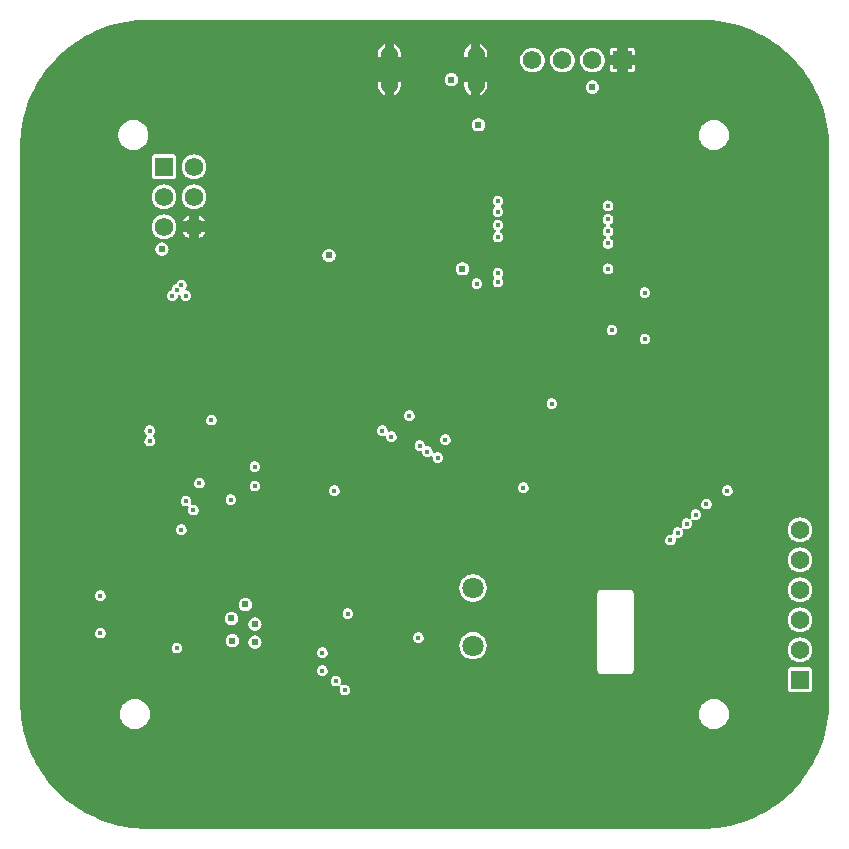
<source format=gbl>
G04 Layer: BottomLayer*
G04 EasyEDA v6.5.3, 2022-04-03 17:45:16*
G04 78107e5fb92a4dff92b191d725c0db84,37927428d3cb42c68971fe41ce46a6a6,10*
G04 Gerber Generator version 0.2*
G04 Scale: 100 percent, Rotated: No, Reflected: No *
G04 Dimensions in millimeters *
G04 leading zeros omitted , absolute positions ,4 integer and 5 decimal *
%FSLAX45Y45*%
%MOMM*%

%ADD16C,0.6100*%
%ADD17C,0.4000*%
%ADD25R,1.5748X1.5748*%
%ADD26C,1.5748*%
%ADD27C,1.8000*%
%ADD28C,1.4000*%

%LPD*%
G36*
X-3299917Y-4883099D02*
G01*
X-3346145Y-4882083D01*
X-3391611Y-4879187D01*
X-3436975Y-4874361D01*
X-3481984Y-4867554D01*
X-3526840Y-4858918D01*
X-3571138Y-4848352D01*
X-3614978Y-4835906D01*
X-3658311Y-4821631D01*
X-3700932Y-4805527D01*
X-3742893Y-4787646D01*
X-3784041Y-4767935D01*
X-3824325Y-4746548D01*
X-3863594Y-4723485D01*
X-3901948Y-4698746D01*
X-3939184Y-4672431D01*
X-3975252Y-4644542D01*
X-4010050Y-4615129D01*
X-4043679Y-4584293D01*
X-4075887Y-4552035D01*
X-4106722Y-4518456D01*
X-4136085Y-4483557D01*
X-4163974Y-4447489D01*
X-4190288Y-4410252D01*
X-4215028Y-4371949D01*
X-4238091Y-4332630D01*
X-4259478Y-4292346D01*
X-4279138Y-4251198D01*
X-4296968Y-4209237D01*
X-4313072Y-4166615D01*
X-4327398Y-4123283D01*
X-4339742Y-4079443D01*
X-4350359Y-4035044D01*
X-4358944Y-3990289D01*
X-4365701Y-3945178D01*
X-4370476Y-3899865D01*
X-4373422Y-3854348D01*
X-4374388Y-3808628D01*
X-4374388Y890625D01*
X-4373422Y936802D01*
X-4370476Y982319D01*
X-4365599Y1027633D01*
X-4358843Y1072743D01*
X-4350207Y1117498D01*
X-4339691Y1161846D01*
X-4327194Y1205738D01*
X-4312920Y1249019D01*
X-4296816Y1291691D01*
X-4278985Y1333652D01*
X-4259224Y1374749D01*
X-4237837Y1415034D01*
X-4214774Y1454353D01*
X-4190085Y1492656D01*
X-4163771Y1529892D01*
X-4135882Y1565960D01*
X-4106418Y1600809D01*
X-4075582Y1634388D01*
X-4043324Y1666595D01*
X-4009745Y1697431D01*
X-3974846Y1726844D01*
X-3938778Y1754682D01*
X-3901592Y1781048D01*
X-3863238Y1805736D01*
X-3823919Y1828800D01*
X-3783685Y1850186D01*
X-3742486Y1869846D01*
X-3700526Y1887728D01*
X-3657904Y1903831D01*
X-3614572Y1918055D01*
X-3570732Y1930501D01*
X-3526383Y1941017D01*
X-3481578Y1949704D01*
X-3436518Y1956409D01*
X-3391154Y1961235D01*
X-3345687Y1964131D01*
X-3299917Y1965096D01*
X1399336Y1965096D01*
X1445463Y1964131D01*
X1491030Y1961235D01*
X1536395Y1956358D01*
X1581454Y1949602D01*
X1626209Y1940966D01*
X1670557Y1930400D01*
X1714449Y1917954D01*
X1757730Y1903679D01*
X1800402Y1887575D01*
X1842363Y1869643D01*
X1883410Y1849983D01*
X1923745Y1828596D01*
X1963013Y1805533D01*
X2001316Y1780793D01*
X2038604Y1754428D01*
X2074672Y1726539D01*
X2109520Y1697177D01*
X2143048Y1666290D01*
X2175256Y1634083D01*
X2206142Y1600454D01*
X2235504Y1565605D01*
X2263394Y1529537D01*
X2289708Y1492300D01*
X2314397Y1453997D01*
X2337511Y1414627D01*
X2358847Y1374394D01*
X2378557Y1333246D01*
X2396388Y1291285D01*
X2412492Y1248613D01*
X2426766Y1205331D01*
X2439162Y1161440D01*
X2449677Y1117092D01*
X2458415Y1072337D01*
X2465120Y1027226D01*
X2469896Y981913D01*
X2472842Y936396D01*
X2473807Y890625D01*
X2473807Y-3808628D01*
X2472842Y-3854805D01*
X2469896Y-3900271D01*
X2465019Y-3945636D01*
X2458313Y-3990695D01*
X2449677Y-4035501D01*
X2439111Y-4079849D01*
X2426665Y-4123690D01*
X2412390Y-4167022D01*
X2396286Y-4209643D01*
X2378354Y-4251604D01*
X2358644Y-4292752D01*
X2337308Y-4332986D01*
X2314194Y-4372305D01*
X2289454Y-4410608D01*
X2263140Y-4447844D01*
X2235250Y-4483912D01*
X2205888Y-4518761D01*
X2174951Y-4552340D01*
X2142744Y-4584547D01*
X2109165Y-4615383D01*
X2074265Y-4644796D01*
X2038197Y-4672685D01*
X2001012Y-4699000D01*
X1962657Y-4723688D01*
X1923338Y-4746752D01*
X1883054Y-4768138D01*
X1841906Y-4787798D01*
X1799945Y-4805680D01*
X1757324Y-4821783D01*
X1713992Y-4836058D01*
X1670100Y-4848453D01*
X1625752Y-4859020D01*
X1580997Y-4867656D01*
X1535938Y-4874412D01*
X1490624Y-4879187D01*
X1445107Y-4882083D01*
X1399336Y-4883099D01*
G37*

%LPC*%
G36*
X1498650Y-4039108D02*
G01*
X1513992Y-4038142D01*
X1529130Y-4035399D01*
X1543812Y-4030827D01*
X1557832Y-4024477D01*
X1570990Y-4016501D01*
X1583131Y-4007002D01*
X1594002Y-3996131D01*
X1603552Y-3984040D01*
X1611477Y-3970832D01*
X1617827Y-3956812D01*
X1622348Y-3942130D01*
X1625193Y-3926992D01*
X1626107Y-3911600D01*
X1625193Y-3896207D01*
X1622348Y-3881069D01*
X1617827Y-3866387D01*
X1611477Y-3852367D01*
X1603552Y-3839159D01*
X1594002Y-3827068D01*
X1583131Y-3816197D01*
X1570990Y-3806698D01*
X1557832Y-3798722D01*
X1543812Y-3792372D01*
X1529130Y-3787800D01*
X1513992Y-3785057D01*
X1498650Y-3784092D01*
X1483258Y-3785057D01*
X1468069Y-3787800D01*
X1453438Y-3792372D01*
X1439367Y-3798722D01*
X1426210Y-3806698D01*
X1414068Y-3816197D01*
X1403197Y-3827068D01*
X1393647Y-3839159D01*
X1385722Y-3852367D01*
X1379372Y-3866387D01*
X1374851Y-3881069D01*
X1372006Y-3896207D01*
X1371092Y-3911600D01*
X1372006Y-3926992D01*
X1374851Y-3942130D01*
X1379372Y-3956812D01*
X1385722Y-3970832D01*
X1393647Y-3984040D01*
X1403197Y-3996131D01*
X1414068Y-4007002D01*
X1426210Y-4016501D01*
X1439367Y-4024477D01*
X1453438Y-4030827D01*
X1468069Y-4035399D01*
X1483258Y-4038142D01*
G37*
G36*
X-3403549Y-4039108D02*
G01*
X-3388207Y-4038142D01*
X-3373069Y-4035399D01*
X-3358387Y-4030827D01*
X-3344316Y-4024477D01*
X-3331159Y-4016501D01*
X-3319018Y-4007002D01*
X-3308146Y-3996131D01*
X-3298698Y-3984040D01*
X-3290671Y-3970832D01*
X-3284372Y-3956812D01*
X-3279800Y-3942130D01*
X-3277006Y-3926992D01*
X-3276092Y-3911600D01*
X-3277006Y-3896207D01*
X-3279800Y-3881069D01*
X-3284372Y-3866387D01*
X-3290671Y-3852367D01*
X-3298698Y-3839159D01*
X-3308146Y-3827068D01*
X-3319018Y-3816197D01*
X-3331159Y-3806698D01*
X-3344316Y-3798722D01*
X-3358387Y-3792372D01*
X-3373069Y-3787800D01*
X-3388207Y-3785057D01*
X-3403549Y-3784092D01*
X-3418992Y-3785057D01*
X-3434130Y-3787800D01*
X-3448761Y-3792372D01*
X-3462883Y-3798722D01*
X-3476040Y-3806698D01*
X-3488182Y-3816197D01*
X-3499053Y-3827068D01*
X-3508501Y-3839159D01*
X-3516528Y-3852367D01*
X-3522776Y-3866387D01*
X-3527399Y-3881069D01*
X-3530193Y-3896207D01*
X-3531057Y-3911600D01*
X-3530193Y-3926992D01*
X-3527399Y-3942130D01*
X-3522776Y-3956812D01*
X-3516528Y-3970832D01*
X-3508501Y-3984040D01*
X-3499053Y-3996131D01*
X-3488182Y-4007002D01*
X-3476040Y-4016501D01*
X-3462883Y-4024477D01*
X-3448761Y-4030827D01*
X-3434130Y-4035399D01*
X-3418992Y-4038142D01*
G37*
G36*
X-1623415Y-3754221D02*
G01*
X-1614779Y-3752951D01*
X-1606499Y-3750106D01*
X-1599031Y-3745737D01*
X-1592427Y-3740048D01*
X-1586992Y-3733190D01*
X-1583029Y-3725468D01*
X-1580540Y-3717086D01*
X-1579727Y-3708400D01*
X-1580540Y-3699713D01*
X-1583029Y-3691331D01*
X-1586992Y-3683609D01*
X-1592427Y-3676751D01*
X-1599031Y-3671062D01*
X-1606499Y-3666693D01*
X-1614779Y-3663848D01*
X-1623415Y-3662578D01*
X-1632102Y-3662984D01*
X-1640636Y-3665067D01*
X-1648917Y-3668877D01*
X-1652981Y-3669792D01*
X-1657045Y-3668979D01*
X-1660448Y-3666642D01*
X-1662734Y-3663086D01*
X-1663293Y-3658971D01*
X-1662175Y-3654958D01*
X-1659229Y-3649268D01*
X-1656740Y-3640886D01*
X-1655927Y-3632200D01*
X-1656740Y-3623513D01*
X-1659229Y-3615131D01*
X-1663192Y-3607409D01*
X-1668627Y-3600551D01*
X-1675231Y-3594862D01*
X-1682699Y-3590493D01*
X-1690979Y-3587648D01*
X-1699615Y-3586378D01*
X-1708302Y-3586784D01*
X-1716836Y-3588867D01*
X-1724761Y-3592474D01*
X-1731822Y-3597554D01*
X-1737817Y-3603853D01*
X-1742541Y-3611168D01*
X-1745843Y-3619296D01*
X-1747418Y-3627831D01*
X-1747418Y-3636568D01*
X-1745843Y-3645103D01*
X-1742541Y-3653231D01*
X-1737817Y-3660546D01*
X-1731822Y-3666845D01*
X-1724761Y-3671925D01*
X-1716836Y-3675532D01*
X-1708302Y-3677615D01*
X-1699615Y-3678021D01*
X-1690979Y-3676751D01*
X-1682699Y-3673906D01*
X-1679193Y-3671874D01*
X-1674977Y-3670554D01*
X-1670456Y-3671163D01*
X-1666798Y-3673652D01*
X-1664462Y-3677513D01*
X-1664004Y-3681933D01*
X-1665579Y-3686149D01*
X-1666341Y-3687368D01*
X-1669643Y-3695496D01*
X-1671218Y-3704031D01*
X-1671218Y-3712768D01*
X-1669643Y-3721303D01*
X-1666341Y-3729431D01*
X-1661617Y-3736746D01*
X-1655622Y-3743045D01*
X-1648561Y-3748125D01*
X-1640636Y-3751732D01*
X-1632102Y-3753815D01*
G37*
G36*
X2149398Y-3726230D02*
G01*
X2305812Y-3726230D01*
X2312111Y-3725519D01*
X2317597Y-3723589D01*
X2322474Y-3720541D01*
X2326538Y-3716426D01*
X2329586Y-3711549D01*
X2331516Y-3706063D01*
X2332228Y-3699764D01*
X2332228Y-3543401D01*
X2331516Y-3537102D01*
X2329586Y-3531615D01*
X2326538Y-3526739D01*
X2322474Y-3522624D01*
X2317597Y-3519576D01*
X2312111Y-3517646D01*
X2305812Y-3516934D01*
X2149398Y-3516934D01*
X2143150Y-3517646D01*
X2137613Y-3519576D01*
X2132736Y-3522624D01*
X2128672Y-3526739D01*
X2125624Y-3531615D01*
X2123694Y-3537102D01*
X2122982Y-3543401D01*
X2122982Y-3699764D01*
X2123694Y-3706063D01*
X2125624Y-3711549D01*
X2128672Y-3716426D01*
X2132736Y-3720541D01*
X2137613Y-3723589D01*
X2143150Y-3725519D01*
G37*
G36*
X-1813864Y-3589172D02*
G01*
X-1805279Y-3587902D01*
X-1796999Y-3585057D01*
X-1789480Y-3580688D01*
X-1782927Y-3574999D01*
X-1777492Y-3568141D01*
X-1773529Y-3560419D01*
X-1771040Y-3552037D01*
X-1770227Y-3543350D01*
X-1771040Y-3534664D01*
X-1773529Y-3526282D01*
X-1777492Y-3518560D01*
X-1782927Y-3511702D01*
X-1789480Y-3506012D01*
X-1796999Y-3501644D01*
X-1805279Y-3498799D01*
X-1813864Y-3497529D01*
X-1822602Y-3497935D01*
X-1831035Y-3500018D01*
X-1838960Y-3503625D01*
X-1846072Y-3508705D01*
X-1852117Y-3515004D01*
X-1856841Y-3522319D01*
X-1860042Y-3530447D01*
X-1861718Y-3538982D01*
X-1861718Y-3547719D01*
X-1860042Y-3556254D01*
X-1856841Y-3564382D01*
X-1852117Y-3571697D01*
X-1846072Y-3577996D01*
X-1838960Y-3583076D01*
X-1831035Y-3586683D01*
X-1822602Y-3588765D01*
G37*
G36*
X539038Y-3571290D02*
G01*
X791972Y-3571290D01*
X798220Y-3570579D01*
X803757Y-3568649D01*
X808634Y-3565601D01*
X812749Y-3561486D01*
X815797Y-3556609D01*
X817727Y-3551123D01*
X818438Y-3544824D01*
X818438Y-2885541D01*
X817727Y-2879242D01*
X815797Y-2873756D01*
X812749Y-2868879D01*
X808634Y-2864764D01*
X803757Y-2861716D01*
X798220Y-2859786D01*
X791972Y-2859074D01*
X539038Y-2859074D01*
X532790Y-2859786D01*
X527304Y-2861716D01*
X522427Y-2864764D01*
X518261Y-2868879D01*
X515213Y-2873756D01*
X513283Y-2879242D01*
X512572Y-2885541D01*
X512572Y-3544824D01*
X513283Y-3551123D01*
X515213Y-3556609D01*
X518261Y-3561486D01*
X522427Y-3565601D01*
X527304Y-3568649D01*
X532790Y-3570579D01*
G37*
G36*
X2227630Y-3472230D02*
G01*
X2241245Y-3471316D01*
X2254656Y-3468624D01*
X2267661Y-3464255D01*
X2279954Y-3458210D01*
X2291283Y-3450590D01*
X2301595Y-3441547D01*
X2310638Y-3431286D01*
X2318258Y-3419906D01*
X2324252Y-3407613D01*
X2328672Y-3394659D01*
X2331313Y-3381248D01*
X2332228Y-3367582D01*
X2331313Y-3353917D01*
X2328672Y-3340506D01*
X2324252Y-3327552D01*
X2318258Y-3315258D01*
X2310638Y-3303879D01*
X2301595Y-3293618D01*
X2291283Y-3284575D01*
X2279954Y-3276955D01*
X2267661Y-3270910D01*
X2254656Y-3266541D01*
X2241245Y-3263849D01*
X2227630Y-3262934D01*
X2213965Y-3263849D01*
X2200554Y-3266541D01*
X2187600Y-3270910D01*
X2175256Y-3276955D01*
X2163927Y-3284575D01*
X2153615Y-3293618D01*
X2144623Y-3303879D01*
X2136952Y-3315258D01*
X2130958Y-3327552D01*
X2126538Y-3340506D01*
X2123897Y-3353917D01*
X2122982Y-3367582D01*
X2123897Y-3381248D01*
X2126538Y-3394659D01*
X2130958Y-3407613D01*
X2136952Y-3419906D01*
X2144623Y-3431286D01*
X2153615Y-3441547D01*
X2163927Y-3450590D01*
X2175256Y-3458210D01*
X2187600Y-3464255D01*
X2200554Y-3468624D01*
X2213965Y-3471316D01*
G37*
G36*
X-540969Y-3448050D02*
G01*
X-526440Y-3447135D01*
X-512165Y-3444443D01*
X-498297Y-3439922D01*
X-485140Y-3433724D01*
X-472897Y-3425951D01*
X-461670Y-3416655D01*
X-451713Y-3406038D01*
X-443179Y-3394252D01*
X-436168Y-3381501D01*
X-430733Y-3367989D01*
X-427177Y-3353917D01*
X-425297Y-3339439D01*
X-425297Y-3324910D01*
X-427177Y-3310483D01*
X-430733Y-3296361D01*
X-436168Y-3282848D01*
X-443179Y-3270097D01*
X-451713Y-3258312D01*
X-461670Y-3247694D01*
X-472897Y-3238449D01*
X-485140Y-3230626D01*
X-498297Y-3224428D01*
X-512165Y-3219958D01*
X-526440Y-3217214D01*
X-540969Y-3216300D01*
X-555548Y-3217214D01*
X-569772Y-3219958D01*
X-583692Y-3224428D01*
X-596849Y-3230626D01*
X-609092Y-3238449D01*
X-620318Y-3247694D01*
X-630275Y-3258312D01*
X-638810Y-3270097D01*
X-645820Y-3282848D01*
X-651256Y-3296361D01*
X-654812Y-3310483D01*
X-656691Y-3324910D01*
X-656691Y-3339439D01*
X-654812Y-3353917D01*
X-651256Y-3367989D01*
X-645820Y-3381501D01*
X-638810Y-3394252D01*
X-630275Y-3406038D01*
X-620318Y-3416655D01*
X-609092Y-3425951D01*
X-596849Y-3433724D01*
X-583692Y-3439922D01*
X-569772Y-3444443D01*
X-555548Y-3447135D01*
G37*
G36*
X-1813915Y-3436721D02*
G01*
X-1805279Y-3435451D01*
X-1796999Y-3432606D01*
X-1789531Y-3428237D01*
X-1782927Y-3422548D01*
X-1777492Y-3415690D01*
X-1773529Y-3407968D01*
X-1771040Y-3399586D01*
X-1770227Y-3390900D01*
X-1771040Y-3382213D01*
X-1773529Y-3373831D01*
X-1777492Y-3366109D01*
X-1782927Y-3359251D01*
X-1789531Y-3353562D01*
X-1796999Y-3349193D01*
X-1805279Y-3346348D01*
X-1813915Y-3345078D01*
X-1822602Y-3345484D01*
X-1831136Y-3347567D01*
X-1839061Y-3351174D01*
X-1846122Y-3356254D01*
X-1852117Y-3362553D01*
X-1856841Y-3369868D01*
X-1860143Y-3377996D01*
X-1861718Y-3386531D01*
X-1861718Y-3395268D01*
X-1860143Y-3403803D01*
X-1856841Y-3411931D01*
X-1852117Y-3419246D01*
X-1846122Y-3425545D01*
X-1839061Y-3430625D01*
X-1831136Y-3434232D01*
X-1822602Y-3436315D01*
G37*
G36*
X-3045764Y-3398672D02*
G01*
X-3037179Y-3397402D01*
X-3028899Y-3394557D01*
X-3021380Y-3390188D01*
X-3014827Y-3384499D01*
X-3009392Y-3377641D01*
X-3005429Y-3369919D01*
X-3002940Y-3361537D01*
X-3002127Y-3352850D01*
X-3002940Y-3344164D01*
X-3005429Y-3335782D01*
X-3009392Y-3328060D01*
X-3014827Y-3321202D01*
X-3021380Y-3315512D01*
X-3028899Y-3311144D01*
X-3037179Y-3308299D01*
X-3045764Y-3307029D01*
X-3054502Y-3307435D01*
X-3062935Y-3309518D01*
X-3070860Y-3313125D01*
X-3077972Y-3318205D01*
X-3084017Y-3324504D01*
X-3088741Y-3331819D01*
X-3091942Y-3339947D01*
X-3093618Y-3348482D01*
X-3093618Y-3357219D01*
X-3091942Y-3365754D01*
X-3088741Y-3373882D01*
X-3084017Y-3381197D01*
X-3077972Y-3387496D01*
X-3070860Y-3392576D01*
X-3062935Y-3396183D01*
X-3054502Y-3398265D01*
G37*
G36*
X-2387549Y-3358387D02*
G01*
X-2377795Y-3357524D01*
X-2368296Y-3354984D01*
X-2359406Y-3350818D01*
X-2351379Y-3345179D01*
X-2344369Y-3338220D01*
X-2338781Y-3330194D01*
X-2334615Y-3321304D01*
X-2332075Y-3311804D01*
X-2331212Y-3302000D01*
X-2332075Y-3292195D01*
X-2334615Y-3282696D01*
X-2338781Y-3273806D01*
X-2344369Y-3265779D01*
X-2351379Y-3258820D01*
X-2359406Y-3253181D01*
X-2368296Y-3249015D01*
X-2377795Y-3246475D01*
X-2387549Y-3245612D01*
X-2397404Y-3246475D01*
X-2406904Y-3249015D01*
X-2415794Y-3253181D01*
X-2423820Y-3258820D01*
X-2430830Y-3265779D01*
X-2436418Y-3273806D01*
X-2440584Y-3282696D01*
X-2443124Y-3292195D01*
X-2443988Y-3302000D01*
X-2443124Y-3311804D01*
X-2440584Y-3321304D01*
X-2436418Y-3330194D01*
X-2430830Y-3338220D01*
X-2423820Y-3345179D01*
X-2415794Y-3350818D01*
X-2406904Y-3354984D01*
X-2397404Y-3357524D01*
G37*
G36*
X-2578049Y-3345687D02*
G01*
X-2568295Y-3344824D01*
X-2558796Y-3342284D01*
X-2549906Y-3338118D01*
X-2541879Y-3332479D01*
X-2534869Y-3325520D01*
X-2529281Y-3317494D01*
X-2525115Y-3308604D01*
X-2522575Y-3299104D01*
X-2521712Y-3289300D01*
X-2522575Y-3279495D01*
X-2525115Y-3269996D01*
X-2529281Y-3261106D01*
X-2534869Y-3253079D01*
X-2541879Y-3246120D01*
X-2549906Y-3240481D01*
X-2558796Y-3236315D01*
X-2568295Y-3233775D01*
X-2578049Y-3232912D01*
X-2587904Y-3233775D01*
X-2597404Y-3236315D01*
X-2606294Y-3240481D01*
X-2614320Y-3246120D01*
X-2621330Y-3253079D01*
X-2626918Y-3261106D01*
X-2631084Y-3269996D01*
X-2633624Y-3279495D01*
X-2634488Y-3289300D01*
X-2633624Y-3299104D01*
X-2631084Y-3308604D01*
X-2626918Y-3317494D01*
X-2621330Y-3325520D01*
X-2614320Y-3332479D01*
X-2606294Y-3338118D01*
X-2597404Y-3342284D01*
X-2587904Y-3344824D01*
G37*
G36*
X-1001115Y-3309721D02*
G01*
X-992479Y-3308451D01*
X-984199Y-3305606D01*
X-976731Y-3301237D01*
X-970127Y-3295548D01*
X-964692Y-3288690D01*
X-960729Y-3280968D01*
X-958240Y-3272586D01*
X-957427Y-3263900D01*
X-958240Y-3255213D01*
X-960729Y-3246831D01*
X-964692Y-3239109D01*
X-970127Y-3232251D01*
X-976731Y-3226562D01*
X-984199Y-3222193D01*
X-992479Y-3219348D01*
X-1001115Y-3218078D01*
X-1009802Y-3218484D01*
X-1018336Y-3220567D01*
X-1026261Y-3224174D01*
X-1033322Y-3229254D01*
X-1039317Y-3235553D01*
X-1044041Y-3242868D01*
X-1047343Y-3250996D01*
X-1048918Y-3259531D01*
X-1048918Y-3268268D01*
X-1047343Y-3276803D01*
X-1044041Y-3284931D01*
X-1039317Y-3292246D01*
X-1033322Y-3298545D01*
X-1026261Y-3303625D01*
X-1018336Y-3307232D01*
X-1009802Y-3309315D01*
G37*
G36*
X-3693464Y-3271672D02*
G01*
X-3684828Y-3270402D01*
X-3676599Y-3267557D01*
X-3669080Y-3263188D01*
X-3662476Y-3257499D01*
X-3657092Y-3250641D01*
X-3653078Y-3242919D01*
X-3650640Y-3234537D01*
X-3649776Y-3225850D01*
X-3650640Y-3217164D01*
X-3653078Y-3208782D01*
X-3657092Y-3201060D01*
X-3662476Y-3194202D01*
X-3669080Y-3188512D01*
X-3676599Y-3184144D01*
X-3684828Y-3181299D01*
X-3693464Y-3180029D01*
X-3702202Y-3180435D01*
X-3710635Y-3182518D01*
X-3718560Y-3186125D01*
X-3725722Y-3191205D01*
X-3731717Y-3197504D01*
X-3736441Y-3204819D01*
X-3739642Y-3212947D01*
X-3741369Y-3221482D01*
X-3741369Y-3230219D01*
X-3739642Y-3238754D01*
X-3736441Y-3246882D01*
X-3731717Y-3254197D01*
X-3725722Y-3260496D01*
X-3718560Y-3265576D01*
X-3710635Y-3269183D01*
X-3702202Y-3271265D01*
G37*
G36*
X2227630Y-3218230D02*
G01*
X2241245Y-3217316D01*
X2254656Y-3214624D01*
X2267661Y-3210255D01*
X2279954Y-3204210D01*
X2291283Y-3196590D01*
X2301595Y-3187547D01*
X2310638Y-3177286D01*
X2318258Y-3165906D01*
X2324252Y-3153613D01*
X2328672Y-3140659D01*
X2331313Y-3127248D01*
X2332228Y-3113582D01*
X2331313Y-3099917D01*
X2328672Y-3086506D01*
X2324252Y-3073552D01*
X2318258Y-3061258D01*
X2310638Y-3049879D01*
X2301595Y-3039618D01*
X2291283Y-3030575D01*
X2279954Y-3022955D01*
X2267661Y-3016910D01*
X2254656Y-3012541D01*
X2241245Y-3009849D01*
X2227630Y-3008934D01*
X2213965Y-3009849D01*
X2200554Y-3012541D01*
X2187600Y-3016910D01*
X2175256Y-3022955D01*
X2163927Y-3030575D01*
X2153615Y-3039618D01*
X2144623Y-3049879D01*
X2136952Y-3061258D01*
X2130958Y-3073552D01*
X2126538Y-3086506D01*
X2123897Y-3099917D01*
X2122982Y-3113582D01*
X2123897Y-3127248D01*
X2126538Y-3140659D01*
X2130958Y-3153613D01*
X2136952Y-3165906D01*
X2144623Y-3177286D01*
X2153615Y-3187547D01*
X2163927Y-3196590D01*
X2175256Y-3204210D01*
X2187600Y-3210255D01*
X2200554Y-3214624D01*
X2213965Y-3217316D01*
G37*
G36*
X-2387549Y-3205988D02*
G01*
X-2377795Y-3205124D01*
X-2368296Y-3202584D01*
X-2359406Y-3198418D01*
X-2351379Y-3192780D01*
X-2344369Y-3185820D01*
X-2338781Y-3177794D01*
X-2334615Y-3168904D01*
X-2332075Y-3159404D01*
X-2331212Y-3149600D01*
X-2332075Y-3139795D01*
X-2334615Y-3130296D01*
X-2338781Y-3121406D01*
X-2344369Y-3113379D01*
X-2351379Y-3106420D01*
X-2359406Y-3100781D01*
X-2368296Y-3096615D01*
X-2377795Y-3094075D01*
X-2387549Y-3093212D01*
X-2397404Y-3094075D01*
X-2406904Y-3096615D01*
X-2415794Y-3100781D01*
X-2423820Y-3106420D01*
X-2430830Y-3113379D01*
X-2436418Y-3121406D01*
X-2440584Y-3130296D01*
X-2443124Y-3139795D01*
X-2443988Y-3149600D01*
X-2443124Y-3159404D01*
X-2440584Y-3168904D01*
X-2436418Y-3177794D01*
X-2430830Y-3185820D01*
X-2423820Y-3192780D01*
X-2415794Y-3198418D01*
X-2406904Y-3202584D01*
X-2397404Y-3205124D01*
G37*
G36*
X-2585669Y-3157270D02*
G01*
X-2575864Y-3156407D01*
X-2566365Y-3153867D01*
X-2557526Y-3149701D01*
X-2549448Y-3144062D01*
X-2542540Y-3137103D01*
X-2536901Y-3129076D01*
X-2532684Y-3120186D01*
X-2530195Y-3110687D01*
X-2529281Y-3100882D01*
X-2530195Y-3091078D01*
X-2532684Y-3081578D01*
X-2536901Y-3072688D01*
X-2542540Y-3064662D01*
X-2549448Y-3057702D01*
X-2557526Y-3052064D01*
X-2566365Y-3047898D01*
X-2575864Y-3045358D01*
X-2585669Y-3044494D01*
X-2595524Y-3045358D01*
X-2605024Y-3047898D01*
X-2613863Y-3052064D01*
X-2621940Y-3057702D01*
X-2628849Y-3064662D01*
X-2634488Y-3072688D01*
X-2638704Y-3081578D01*
X-2641193Y-3091078D01*
X-2642108Y-3100882D01*
X-2641193Y-3110687D01*
X-2638704Y-3120186D01*
X-2634488Y-3129076D01*
X-2628849Y-3137103D01*
X-2621940Y-3144062D01*
X-2613863Y-3149701D01*
X-2605024Y-3153867D01*
X-2595524Y-3156407D01*
G37*
G36*
X-1598015Y-3106521D02*
G01*
X-1589379Y-3105251D01*
X-1581099Y-3102406D01*
X-1573631Y-3098038D01*
X-1567027Y-3092348D01*
X-1561592Y-3085490D01*
X-1557629Y-3077768D01*
X-1555140Y-3069386D01*
X-1554327Y-3060700D01*
X-1555140Y-3052013D01*
X-1557629Y-3043631D01*
X-1561592Y-3035909D01*
X-1567027Y-3029051D01*
X-1573631Y-3023362D01*
X-1581099Y-3018993D01*
X-1589379Y-3016148D01*
X-1598015Y-3014878D01*
X-1606702Y-3015284D01*
X-1615236Y-3017367D01*
X-1623161Y-3020974D01*
X-1630222Y-3026054D01*
X-1636217Y-3032353D01*
X-1640941Y-3039668D01*
X-1644243Y-3047796D01*
X-1645818Y-3056331D01*
X-1645818Y-3065068D01*
X-1644243Y-3073603D01*
X-1640941Y-3081731D01*
X-1636217Y-3089046D01*
X-1630222Y-3095345D01*
X-1623161Y-3100425D01*
X-1615236Y-3104032D01*
X-1606702Y-3106115D01*
G37*
G36*
X-2468930Y-3040481D02*
G01*
X-2459075Y-3039618D01*
X-2449576Y-3037078D01*
X-2440736Y-3032912D01*
X-2432659Y-3027273D01*
X-2425750Y-3020314D01*
X-2420061Y-3012287D01*
X-2415895Y-3003397D01*
X-2413406Y-2993898D01*
X-2412492Y-2984093D01*
X-2413406Y-2974289D01*
X-2415895Y-2964789D01*
X-2420061Y-2955899D01*
X-2425750Y-2947873D01*
X-2432659Y-2940913D01*
X-2440736Y-2935274D01*
X-2449576Y-2931109D01*
X-2459075Y-2928569D01*
X-2468930Y-2927705D01*
X-2478684Y-2928569D01*
X-2488234Y-2931109D01*
X-2497074Y-2935274D01*
X-2505151Y-2940913D01*
X-2512060Y-2947873D01*
X-2517698Y-2955899D01*
X-2521915Y-2964789D01*
X-2524404Y-2974289D01*
X-2525318Y-2984093D01*
X-2524404Y-2993898D01*
X-2521915Y-3003397D01*
X-2517698Y-3012287D01*
X-2512060Y-3020314D01*
X-2505151Y-3027273D01*
X-2497074Y-3032912D01*
X-2488234Y-3037078D01*
X-2478684Y-3039618D01*
G37*
G36*
X2227630Y-2964230D02*
G01*
X2241245Y-2963316D01*
X2254656Y-2960624D01*
X2267661Y-2956255D01*
X2279954Y-2950210D01*
X2291283Y-2942590D01*
X2301595Y-2933547D01*
X2310638Y-2923286D01*
X2318258Y-2911906D01*
X2324252Y-2899613D01*
X2328672Y-2886659D01*
X2331313Y-2873248D01*
X2332228Y-2859582D01*
X2331313Y-2845917D01*
X2328672Y-2832506D01*
X2324252Y-2819552D01*
X2318258Y-2807258D01*
X2310638Y-2795879D01*
X2301595Y-2785618D01*
X2291283Y-2776575D01*
X2279954Y-2768955D01*
X2267661Y-2762910D01*
X2254656Y-2758541D01*
X2241245Y-2755849D01*
X2227630Y-2754934D01*
X2213965Y-2755849D01*
X2200554Y-2758541D01*
X2187600Y-2762910D01*
X2175256Y-2768955D01*
X2163927Y-2776575D01*
X2153615Y-2785618D01*
X2144623Y-2795879D01*
X2136952Y-2807258D01*
X2130958Y-2819552D01*
X2126538Y-2832506D01*
X2123897Y-2845917D01*
X2122982Y-2859582D01*
X2123897Y-2873248D01*
X2126538Y-2886659D01*
X2130958Y-2899613D01*
X2136952Y-2911906D01*
X2144623Y-2923286D01*
X2153615Y-2933547D01*
X2163927Y-2942590D01*
X2175256Y-2950210D01*
X2187600Y-2956255D01*
X2200554Y-2960624D01*
X2213965Y-2963316D01*
G37*
G36*
X-540969Y-2960065D02*
G01*
X-526440Y-2959150D01*
X-512165Y-2956407D01*
X-498297Y-2951937D01*
X-485140Y-2945739D01*
X-472897Y-2937916D01*
X-461670Y-2928670D01*
X-451713Y-2918053D01*
X-443179Y-2906268D01*
X-436168Y-2893517D01*
X-430733Y-2880004D01*
X-427177Y-2865882D01*
X-425297Y-2851454D01*
X-425297Y-2836926D01*
X-427177Y-2822448D01*
X-430733Y-2808376D01*
X-436168Y-2794812D01*
X-443179Y-2782062D01*
X-451713Y-2770327D01*
X-461670Y-2759710D01*
X-472897Y-2750413D01*
X-485140Y-2742641D01*
X-498297Y-2736443D01*
X-512165Y-2731922D01*
X-526440Y-2729230D01*
X-540969Y-2728315D01*
X-555548Y-2729230D01*
X-569772Y-2731922D01*
X-583692Y-2736443D01*
X-596849Y-2742641D01*
X-609092Y-2750413D01*
X-620318Y-2759710D01*
X-630275Y-2770327D01*
X-638810Y-2782062D01*
X-645820Y-2794812D01*
X-651256Y-2808376D01*
X-654812Y-2822448D01*
X-656691Y-2836926D01*
X-656691Y-2851454D01*
X-654812Y-2865882D01*
X-651256Y-2880004D01*
X-645820Y-2893517D01*
X-638810Y-2906268D01*
X-630275Y-2918053D01*
X-620318Y-2928670D01*
X-609092Y-2937916D01*
X-596849Y-2945739D01*
X-583692Y-2951937D01*
X-569772Y-2956407D01*
X-555548Y-2959150D01*
G37*
G36*
X-3693515Y-2954121D02*
G01*
X-3684879Y-2952851D01*
X-3676599Y-2950006D01*
X-3669080Y-2945638D01*
X-3662476Y-2939948D01*
X-3657092Y-2933090D01*
X-3653078Y-2925368D01*
X-3650640Y-2916986D01*
X-3649878Y-2908300D01*
X-3650640Y-2899613D01*
X-3653078Y-2891231D01*
X-3657092Y-2883509D01*
X-3662476Y-2876651D01*
X-3669080Y-2870962D01*
X-3676599Y-2866593D01*
X-3684879Y-2863748D01*
X-3693515Y-2862478D01*
X-3702253Y-2862884D01*
X-3710686Y-2864967D01*
X-3718610Y-2868574D01*
X-3725722Y-2873654D01*
X-3731717Y-2879953D01*
X-3736492Y-2887268D01*
X-3739743Y-2895396D01*
X-3741369Y-2903931D01*
X-3741369Y-2912668D01*
X-3739743Y-2921203D01*
X-3736492Y-2929331D01*
X-3731717Y-2936646D01*
X-3725722Y-2942945D01*
X-3718610Y-2948025D01*
X-3710686Y-2951632D01*
X-3702253Y-2953715D01*
G37*
G36*
X2227630Y-2710230D02*
G01*
X2241245Y-2709316D01*
X2254656Y-2706624D01*
X2267661Y-2702255D01*
X2279954Y-2696210D01*
X2291283Y-2688590D01*
X2301595Y-2679547D01*
X2310638Y-2669286D01*
X2318258Y-2657906D01*
X2324252Y-2645613D01*
X2328672Y-2632659D01*
X2331313Y-2619248D01*
X2332228Y-2605582D01*
X2331313Y-2591917D01*
X2328672Y-2578506D01*
X2324252Y-2565552D01*
X2318258Y-2553258D01*
X2310638Y-2541879D01*
X2301595Y-2531618D01*
X2291283Y-2522575D01*
X2279954Y-2514955D01*
X2267661Y-2508910D01*
X2254656Y-2504541D01*
X2241245Y-2501849D01*
X2227630Y-2500934D01*
X2213965Y-2501849D01*
X2200554Y-2504541D01*
X2187600Y-2508910D01*
X2175256Y-2514955D01*
X2163927Y-2522575D01*
X2153615Y-2531618D01*
X2144623Y-2541879D01*
X2136952Y-2553258D01*
X2130958Y-2565552D01*
X2126538Y-2578506D01*
X2123897Y-2591917D01*
X2122982Y-2605582D01*
X2123897Y-2619248D01*
X2126538Y-2632659D01*
X2130958Y-2645613D01*
X2136952Y-2657906D01*
X2144623Y-2669286D01*
X2153615Y-2679547D01*
X2163927Y-2688590D01*
X2175256Y-2696210D01*
X2187600Y-2702255D01*
X2200554Y-2706624D01*
X2213965Y-2709316D01*
G37*
G36*
X1132535Y-2484272D02*
G01*
X1141120Y-2483002D01*
X1149400Y-2480157D01*
X1156919Y-2475788D01*
X1163472Y-2470099D01*
X1168908Y-2463241D01*
X1172870Y-2455519D01*
X1175359Y-2447137D01*
X1176172Y-2438450D01*
X1175512Y-2431338D01*
X1176070Y-2427071D01*
X1178306Y-2423363D01*
X1181862Y-2420975D01*
X1186129Y-2420264D01*
X1196035Y-2420772D01*
X1204620Y-2419502D01*
X1212900Y-2416657D01*
X1220419Y-2412288D01*
X1226972Y-2406599D01*
X1232408Y-2399741D01*
X1236370Y-2392019D01*
X1238859Y-2383637D01*
X1239672Y-2374950D01*
X1238859Y-2366264D01*
X1236370Y-2357882D01*
X1233424Y-2352141D01*
X1232306Y-2348128D01*
X1232865Y-2344013D01*
X1235151Y-2340457D01*
X1238554Y-2338120D01*
X1242618Y-2337308D01*
X1246682Y-2338222D01*
X1254963Y-2342032D01*
X1263497Y-2344115D01*
X1272184Y-2344521D01*
X1280820Y-2343251D01*
X1289100Y-2340406D01*
X1296568Y-2336038D01*
X1303172Y-2330348D01*
X1308608Y-2323490D01*
X1312570Y-2315768D01*
X1315059Y-2307386D01*
X1315872Y-2298700D01*
X1315059Y-2290013D01*
X1312570Y-2281631D01*
X1309624Y-2275941D01*
X1308506Y-2271928D01*
X1309065Y-2267813D01*
X1311351Y-2264257D01*
X1314754Y-2261920D01*
X1318818Y-2261108D01*
X1322882Y-2262022D01*
X1331163Y-2265832D01*
X1339697Y-2267915D01*
X1348384Y-2268321D01*
X1357020Y-2267051D01*
X1365300Y-2264206D01*
X1372768Y-2259838D01*
X1379372Y-2254148D01*
X1384808Y-2247290D01*
X1388770Y-2239568D01*
X1391259Y-2231186D01*
X1392072Y-2222500D01*
X1391259Y-2213813D01*
X1388770Y-2205431D01*
X1384808Y-2197709D01*
X1379372Y-2190851D01*
X1372768Y-2185162D01*
X1365300Y-2180793D01*
X1357020Y-2177948D01*
X1348384Y-2176678D01*
X1339697Y-2177084D01*
X1331163Y-2179167D01*
X1323238Y-2182774D01*
X1316177Y-2187854D01*
X1310182Y-2194153D01*
X1305458Y-2201468D01*
X1302156Y-2209596D01*
X1300581Y-2218131D01*
X1300581Y-2226868D01*
X1302156Y-2235403D01*
X1305458Y-2243531D01*
X1306220Y-2244750D01*
X1307795Y-2248966D01*
X1307338Y-2253386D01*
X1305001Y-2257247D01*
X1301343Y-2259736D01*
X1296822Y-2260346D01*
X1292606Y-2259025D01*
X1289100Y-2256993D01*
X1280820Y-2254148D01*
X1272184Y-2252878D01*
X1263497Y-2253284D01*
X1254963Y-2255367D01*
X1247038Y-2258974D01*
X1239977Y-2264054D01*
X1233982Y-2270353D01*
X1229258Y-2277668D01*
X1225956Y-2285796D01*
X1224381Y-2294331D01*
X1224381Y-2303068D01*
X1225956Y-2311603D01*
X1229258Y-2319731D01*
X1230020Y-2321001D01*
X1231595Y-2325217D01*
X1231188Y-2329637D01*
X1228902Y-2333498D01*
X1225143Y-2335987D01*
X1220724Y-2336596D01*
X1216406Y-2335276D01*
X1212900Y-2333244D01*
X1204620Y-2330399D01*
X1196035Y-2329129D01*
X1187297Y-2329535D01*
X1178864Y-2331618D01*
X1170940Y-2335225D01*
X1163828Y-2340305D01*
X1157782Y-2346604D01*
X1153058Y-2353919D01*
X1149858Y-2362047D01*
X1148181Y-2370582D01*
X1148181Y-2379319D01*
X1148588Y-2381351D01*
X1148588Y-2385161D01*
X1147165Y-2388768D01*
X1144524Y-2391511D01*
X1141018Y-2393137D01*
X1137158Y-2393289D01*
X1132535Y-2392629D01*
X1123797Y-2393035D01*
X1115364Y-2395118D01*
X1107440Y-2398725D01*
X1100328Y-2403805D01*
X1094282Y-2410104D01*
X1089558Y-2417419D01*
X1086358Y-2425547D01*
X1084681Y-2434082D01*
X1084681Y-2442819D01*
X1086358Y-2451354D01*
X1089558Y-2459482D01*
X1094282Y-2466797D01*
X1100328Y-2473096D01*
X1107440Y-2478176D01*
X1115364Y-2481783D01*
X1123797Y-2483866D01*
G37*
G36*
X2227630Y-2456230D02*
G01*
X2241245Y-2455316D01*
X2254656Y-2452624D01*
X2267661Y-2448255D01*
X2279954Y-2442210D01*
X2291283Y-2434590D01*
X2301595Y-2425547D01*
X2310638Y-2415286D01*
X2318258Y-2403906D01*
X2324252Y-2391613D01*
X2328672Y-2378659D01*
X2331313Y-2365248D01*
X2332228Y-2351582D01*
X2331313Y-2337917D01*
X2328672Y-2324506D01*
X2324252Y-2311552D01*
X2318258Y-2299258D01*
X2310638Y-2287879D01*
X2301595Y-2277618D01*
X2291283Y-2268575D01*
X2279954Y-2260955D01*
X2267661Y-2254910D01*
X2254656Y-2250541D01*
X2241245Y-2247849D01*
X2227630Y-2246934D01*
X2213965Y-2247849D01*
X2200554Y-2250541D01*
X2187600Y-2254910D01*
X2175256Y-2260955D01*
X2163927Y-2268575D01*
X2153615Y-2277618D01*
X2144623Y-2287879D01*
X2136952Y-2299258D01*
X2130958Y-2311552D01*
X2126538Y-2324506D01*
X2123897Y-2337917D01*
X2122982Y-2351582D01*
X2123897Y-2365248D01*
X2126538Y-2378659D01*
X2130958Y-2391613D01*
X2136952Y-2403906D01*
X2144623Y-2415286D01*
X2153615Y-2425547D01*
X2163927Y-2434590D01*
X2175256Y-2442210D01*
X2187600Y-2448255D01*
X2200554Y-2452624D01*
X2213965Y-2455316D01*
G37*
G36*
X-3007664Y-2395372D02*
G01*
X-2999079Y-2394102D01*
X-2990799Y-2391257D01*
X-2983280Y-2386888D01*
X-2976727Y-2381199D01*
X-2971292Y-2374341D01*
X-2967329Y-2366619D01*
X-2964840Y-2358237D01*
X-2964027Y-2349550D01*
X-2964840Y-2340864D01*
X-2967329Y-2332482D01*
X-2971292Y-2324760D01*
X-2976727Y-2317902D01*
X-2983280Y-2312212D01*
X-2990799Y-2307844D01*
X-2999079Y-2304999D01*
X-3007664Y-2303729D01*
X-3016402Y-2304135D01*
X-3024835Y-2306218D01*
X-3032760Y-2309825D01*
X-3039872Y-2314905D01*
X-3045917Y-2321204D01*
X-3050641Y-2328519D01*
X-3053842Y-2336647D01*
X-3055518Y-2345182D01*
X-3055518Y-2353919D01*
X-3053842Y-2362454D01*
X-3050641Y-2370582D01*
X-3045917Y-2377897D01*
X-3039872Y-2384196D01*
X-3032760Y-2389276D01*
X-3024835Y-2392883D01*
X-3016402Y-2394966D01*
G37*
G36*
X-2906115Y-2230221D02*
G01*
X-2897479Y-2228951D01*
X-2889199Y-2226106D01*
X-2881731Y-2221738D01*
X-2875127Y-2216048D01*
X-2869692Y-2209190D01*
X-2865729Y-2201468D01*
X-2863240Y-2193086D01*
X-2862427Y-2184400D01*
X-2863240Y-2175713D01*
X-2865729Y-2167331D01*
X-2869692Y-2159609D01*
X-2875127Y-2152751D01*
X-2881731Y-2147062D01*
X-2889199Y-2142693D01*
X-2897479Y-2139848D01*
X-2906115Y-2138578D01*
X-2914802Y-2138984D01*
X-2917748Y-2139696D01*
X-2921508Y-2139899D01*
X-2925114Y-2138629D01*
X-2928061Y-2136190D01*
X-2929788Y-2132787D01*
X-2930245Y-2128977D01*
X-2926740Y-2116937D01*
X-2925927Y-2108250D01*
X-2926740Y-2099564D01*
X-2929229Y-2091182D01*
X-2933192Y-2083460D01*
X-2938627Y-2076602D01*
X-2945180Y-2070912D01*
X-2952699Y-2066543D01*
X-2960979Y-2063699D01*
X-2969564Y-2062429D01*
X-2978302Y-2062835D01*
X-2986735Y-2064918D01*
X-2994660Y-2068525D01*
X-3001772Y-2073605D01*
X-3007817Y-2079904D01*
X-3012541Y-2087219D01*
X-3015742Y-2095347D01*
X-3017418Y-2103882D01*
X-3017418Y-2112619D01*
X-3015742Y-2121154D01*
X-3012541Y-2129282D01*
X-3007817Y-2136597D01*
X-3001772Y-2142896D01*
X-2994660Y-2147976D01*
X-2986735Y-2151583D01*
X-2978302Y-2153666D01*
X-2969564Y-2154072D01*
X-2961284Y-2152853D01*
X-2957017Y-2153158D01*
X-2953359Y-2155139D01*
X-2950667Y-2158441D01*
X-2949651Y-2162556D01*
X-2950413Y-2166721D01*
X-2952343Y-2171496D01*
X-2953918Y-2180031D01*
X-2953918Y-2188768D01*
X-2952343Y-2197303D01*
X-2949041Y-2205431D01*
X-2944317Y-2212746D01*
X-2938322Y-2219045D01*
X-2931261Y-2224125D01*
X-2923336Y-2227732D01*
X-2914802Y-2229815D01*
G37*
G36*
X1437335Y-2179472D02*
G01*
X1445920Y-2178202D01*
X1454200Y-2175357D01*
X1461719Y-2170988D01*
X1468272Y-2165299D01*
X1473708Y-2158441D01*
X1477670Y-2150719D01*
X1480159Y-2142337D01*
X1480972Y-2133650D01*
X1480159Y-2124964D01*
X1477670Y-2116582D01*
X1473708Y-2108860D01*
X1468272Y-2102002D01*
X1461719Y-2096312D01*
X1454200Y-2091943D01*
X1445920Y-2089099D01*
X1437335Y-2087829D01*
X1428597Y-2088235D01*
X1420164Y-2090318D01*
X1412240Y-2093925D01*
X1405128Y-2099005D01*
X1399082Y-2105304D01*
X1394358Y-2112619D01*
X1391158Y-2120747D01*
X1389481Y-2129282D01*
X1389481Y-2138019D01*
X1391158Y-2146554D01*
X1394358Y-2154682D01*
X1399082Y-2161997D01*
X1405128Y-2168296D01*
X1412240Y-2173376D01*
X1420164Y-2176983D01*
X1428597Y-2179066D01*
G37*
G36*
X-2588615Y-2141321D02*
G01*
X-2579979Y-2140051D01*
X-2571699Y-2137206D01*
X-2564231Y-2132838D01*
X-2557627Y-2127148D01*
X-2552192Y-2120290D01*
X-2548229Y-2112568D01*
X-2545740Y-2104186D01*
X-2544927Y-2095500D01*
X-2545740Y-2086813D01*
X-2548229Y-2078431D01*
X-2552192Y-2070709D01*
X-2557627Y-2063851D01*
X-2564231Y-2058162D01*
X-2571699Y-2053793D01*
X-2579979Y-2050948D01*
X-2588615Y-2049678D01*
X-2597302Y-2050084D01*
X-2605836Y-2052167D01*
X-2613761Y-2055774D01*
X-2620822Y-2060854D01*
X-2626817Y-2067153D01*
X-2631541Y-2074468D01*
X-2634843Y-2082596D01*
X-2636418Y-2091131D01*
X-2636418Y-2099868D01*
X-2634843Y-2108403D01*
X-2631541Y-2116531D01*
X-2626817Y-2123846D01*
X-2620822Y-2130145D01*
X-2613761Y-2135225D01*
X-2605836Y-2138832D01*
X-2597302Y-2140915D01*
G37*
G36*
X1615135Y-2065172D02*
G01*
X1623720Y-2063902D01*
X1632000Y-2061057D01*
X1639519Y-2056688D01*
X1646072Y-2050999D01*
X1651507Y-2044141D01*
X1655470Y-2036419D01*
X1657959Y-2028037D01*
X1658772Y-2019350D01*
X1657959Y-2010664D01*
X1655470Y-2002282D01*
X1651507Y-1994560D01*
X1646072Y-1987702D01*
X1639519Y-1982012D01*
X1632000Y-1977643D01*
X1623720Y-1974799D01*
X1615135Y-1973529D01*
X1606397Y-1973935D01*
X1597964Y-1976018D01*
X1590040Y-1979625D01*
X1582928Y-1984705D01*
X1576882Y-1991004D01*
X1572158Y-1998319D01*
X1568958Y-2006447D01*
X1567281Y-2014982D01*
X1567281Y-2023719D01*
X1568958Y-2032254D01*
X1572158Y-2040382D01*
X1576882Y-2047697D01*
X1582928Y-2053996D01*
X1590040Y-2059076D01*
X1597964Y-2062683D01*
X1606397Y-2064766D01*
G37*
G36*
X-1712315Y-2065121D02*
G01*
X-1703679Y-2063851D01*
X-1695399Y-2061006D01*
X-1687931Y-2056638D01*
X-1681327Y-2050948D01*
X-1675892Y-2044090D01*
X-1671929Y-2036368D01*
X-1669440Y-2027986D01*
X-1668627Y-2019300D01*
X-1669440Y-2010613D01*
X-1671929Y-2002231D01*
X-1675892Y-1994509D01*
X-1681327Y-1987651D01*
X-1687931Y-1981962D01*
X-1695399Y-1977593D01*
X-1703679Y-1974748D01*
X-1712315Y-1973478D01*
X-1721002Y-1973884D01*
X-1729536Y-1975967D01*
X-1737461Y-1979574D01*
X-1744522Y-1984654D01*
X-1750517Y-1990953D01*
X-1755241Y-1998268D01*
X-1758543Y-2006396D01*
X-1760118Y-2014931D01*
X-1760118Y-2023668D01*
X-1758543Y-2032203D01*
X-1755241Y-2040331D01*
X-1750517Y-2047646D01*
X-1744522Y-2053945D01*
X-1737461Y-2059025D01*
X-1729536Y-2062632D01*
X-1721002Y-2064715D01*
G37*
G36*
X-112115Y-2039721D02*
G01*
X-103479Y-2038451D01*
X-95199Y-2035606D01*
X-87731Y-2031238D01*
X-81127Y-2025548D01*
X-75692Y-2018690D01*
X-71729Y-2010968D01*
X-69240Y-2002586D01*
X-68427Y-1993900D01*
X-69240Y-1985213D01*
X-71729Y-1976831D01*
X-75692Y-1969109D01*
X-81127Y-1962251D01*
X-87731Y-1956562D01*
X-95199Y-1952193D01*
X-103479Y-1949348D01*
X-112115Y-1948078D01*
X-120802Y-1948484D01*
X-129336Y-1950567D01*
X-137261Y-1954174D01*
X-144322Y-1959254D01*
X-150317Y-1965553D01*
X-155041Y-1972868D01*
X-158343Y-1980996D01*
X-159918Y-1989531D01*
X-159918Y-1998268D01*
X-158343Y-2006803D01*
X-155041Y-2014931D01*
X-150317Y-2022246D01*
X-144322Y-2028545D01*
X-137261Y-2033625D01*
X-129336Y-2037232D01*
X-120802Y-2039315D01*
G37*
G36*
X-2385415Y-2027021D02*
G01*
X-2376779Y-2025751D01*
X-2368499Y-2022906D01*
X-2361031Y-2018538D01*
X-2354427Y-2012848D01*
X-2348992Y-2005990D01*
X-2345029Y-1998268D01*
X-2342540Y-1989886D01*
X-2341727Y-1981200D01*
X-2342540Y-1972513D01*
X-2345029Y-1964131D01*
X-2348992Y-1956409D01*
X-2354427Y-1949551D01*
X-2361031Y-1943862D01*
X-2368499Y-1939493D01*
X-2376779Y-1936648D01*
X-2385415Y-1935378D01*
X-2394102Y-1935784D01*
X-2402636Y-1937867D01*
X-2410561Y-1941474D01*
X-2417622Y-1946554D01*
X-2423617Y-1952853D01*
X-2428341Y-1960168D01*
X-2431643Y-1968296D01*
X-2433218Y-1976831D01*
X-2433218Y-1985568D01*
X-2431643Y-1994103D01*
X-2428341Y-2002231D01*
X-2423617Y-2009546D01*
X-2417622Y-2015845D01*
X-2410561Y-2020925D01*
X-2402636Y-2024532D01*
X-2394102Y-2026615D01*
G37*
G36*
X-2855315Y-2001621D02*
G01*
X-2846679Y-2000351D01*
X-2838399Y-1997506D01*
X-2830931Y-1993138D01*
X-2824327Y-1987448D01*
X-2818892Y-1980590D01*
X-2814929Y-1972868D01*
X-2812440Y-1964486D01*
X-2811627Y-1955800D01*
X-2812440Y-1947113D01*
X-2814929Y-1938731D01*
X-2818892Y-1931009D01*
X-2824327Y-1924151D01*
X-2830931Y-1918462D01*
X-2838399Y-1914093D01*
X-2846679Y-1911248D01*
X-2855315Y-1909978D01*
X-2864002Y-1910384D01*
X-2872536Y-1912467D01*
X-2880461Y-1916074D01*
X-2887522Y-1921154D01*
X-2893517Y-1927453D01*
X-2898241Y-1934768D01*
X-2901543Y-1942896D01*
X-2903118Y-1951431D01*
X-2903118Y-1960168D01*
X-2901543Y-1968703D01*
X-2898241Y-1976831D01*
X-2893517Y-1984146D01*
X-2887522Y-1990445D01*
X-2880461Y-1995525D01*
X-2872536Y-1999132D01*
X-2864002Y-2001215D01*
G37*
G36*
X-2385415Y-1861921D02*
G01*
X-2376779Y-1860651D01*
X-2368499Y-1857806D01*
X-2361031Y-1853438D01*
X-2354427Y-1847748D01*
X-2348992Y-1840890D01*
X-2345029Y-1833168D01*
X-2342540Y-1824786D01*
X-2341727Y-1816100D01*
X-2342540Y-1807413D01*
X-2345029Y-1799031D01*
X-2348992Y-1791309D01*
X-2354427Y-1784451D01*
X-2361031Y-1778762D01*
X-2368499Y-1774393D01*
X-2376779Y-1771548D01*
X-2385415Y-1770278D01*
X-2394102Y-1770684D01*
X-2402636Y-1772767D01*
X-2410561Y-1776374D01*
X-2417622Y-1781454D01*
X-2423617Y-1787753D01*
X-2428341Y-1795068D01*
X-2431643Y-1803196D01*
X-2433218Y-1811731D01*
X-2433218Y-1820468D01*
X-2431643Y-1829003D01*
X-2428341Y-1837131D01*
X-2423617Y-1844446D01*
X-2417622Y-1850745D01*
X-2410561Y-1855825D01*
X-2402636Y-1859432D01*
X-2394102Y-1861515D01*
G37*
G36*
X-835964Y-1785772D02*
G01*
X-827379Y-1784502D01*
X-819099Y-1781657D01*
X-811580Y-1777288D01*
X-805027Y-1771599D01*
X-799592Y-1764741D01*
X-795629Y-1757019D01*
X-793140Y-1748637D01*
X-792327Y-1739950D01*
X-793140Y-1731264D01*
X-795629Y-1722882D01*
X-799592Y-1715160D01*
X-805027Y-1708302D01*
X-811580Y-1702612D01*
X-819099Y-1698243D01*
X-827379Y-1695399D01*
X-835964Y-1694129D01*
X-844702Y-1694535D01*
X-853135Y-1696618D01*
X-861060Y-1700225D01*
X-865682Y-1703527D01*
X-869187Y-1705102D01*
X-873048Y-1705305D01*
X-876706Y-1704035D01*
X-879652Y-1701546D01*
X-881329Y-1698091D01*
X-881684Y-1694281D01*
X-881227Y-1689100D01*
X-882040Y-1680413D01*
X-884529Y-1672031D01*
X-888492Y-1664309D01*
X-893927Y-1657451D01*
X-900531Y-1651762D01*
X-907999Y-1647393D01*
X-916279Y-1644548D01*
X-924915Y-1643278D01*
X-934516Y-1643735D01*
X-938276Y-1643176D01*
X-941679Y-1641297D01*
X-943965Y-1638249D01*
X-945083Y-1634540D01*
X-945540Y-1629613D01*
X-948029Y-1621231D01*
X-951992Y-1613509D01*
X-957427Y-1606651D01*
X-964031Y-1600962D01*
X-971499Y-1596593D01*
X-979779Y-1593748D01*
X-988415Y-1592478D01*
X-997102Y-1592884D01*
X-1005636Y-1594967D01*
X-1013561Y-1598574D01*
X-1020622Y-1603654D01*
X-1026617Y-1609953D01*
X-1031341Y-1617268D01*
X-1034643Y-1625396D01*
X-1036218Y-1633931D01*
X-1036218Y-1642668D01*
X-1034643Y-1651203D01*
X-1031341Y-1659331D01*
X-1026617Y-1666646D01*
X-1020622Y-1672945D01*
X-1013561Y-1678025D01*
X-1005636Y-1681632D01*
X-997102Y-1683715D01*
X-988415Y-1684121D01*
X-984402Y-1683512D01*
X-980084Y-1683816D01*
X-976274Y-1685848D01*
X-973734Y-1689252D01*
X-972718Y-1693468D01*
X-971143Y-1702003D01*
X-967841Y-1710131D01*
X-963117Y-1717446D01*
X-957122Y-1723745D01*
X-950061Y-1728825D01*
X-942136Y-1732432D01*
X-933602Y-1734515D01*
X-924915Y-1734921D01*
X-916279Y-1733651D01*
X-907999Y-1730806D01*
X-899617Y-1725980D01*
X-896518Y-1724761D01*
X-892810Y-1724507D01*
X-889304Y-1725625D01*
X-886358Y-1727860D01*
X-884529Y-1731010D01*
X-883818Y-1734616D01*
X-883818Y-1744319D01*
X-882142Y-1752854D01*
X-878941Y-1760982D01*
X-874217Y-1768297D01*
X-868171Y-1774596D01*
X-861060Y-1779676D01*
X-853135Y-1783283D01*
X-844702Y-1785366D01*
G37*
G36*
X-3274415Y-1646021D02*
G01*
X-3265779Y-1644751D01*
X-3257499Y-1641906D01*
X-3249980Y-1637538D01*
X-3243376Y-1631848D01*
X-3237992Y-1624990D01*
X-3233978Y-1617268D01*
X-3231540Y-1608886D01*
X-3230778Y-1600200D01*
X-3231540Y-1591513D01*
X-3233978Y-1583131D01*
X-3237992Y-1575409D01*
X-3243376Y-1568551D01*
X-3249371Y-1563420D01*
X-3251911Y-1559966D01*
X-3252876Y-1555750D01*
X-3251911Y-1551533D01*
X-3249371Y-1548079D01*
X-3243376Y-1542948D01*
X-3237992Y-1536090D01*
X-3233978Y-1528368D01*
X-3231540Y-1519986D01*
X-3230778Y-1511300D01*
X-3231540Y-1502613D01*
X-3233978Y-1494231D01*
X-3237992Y-1486509D01*
X-3243376Y-1479651D01*
X-3249980Y-1473962D01*
X-3257499Y-1469593D01*
X-3265779Y-1466748D01*
X-3274415Y-1465478D01*
X-3283153Y-1465884D01*
X-3291586Y-1467967D01*
X-3299510Y-1471574D01*
X-3306622Y-1476654D01*
X-3312617Y-1482953D01*
X-3317392Y-1490268D01*
X-3320643Y-1498396D01*
X-3322269Y-1506931D01*
X-3322269Y-1515668D01*
X-3320643Y-1524203D01*
X-3317392Y-1532331D01*
X-3312617Y-1539646D01*
X-3306622Y-1545945D01*
X-3304540Y-1547469D01*
X-3301847Y-1550263D01*
X-3300374Y-1553819D01*
X-3300374Y-1557680D01*
X-3301847Y-1561236D01*
X-3304540Y-1564030D01*
X-3306622Y-1565554D01*
X-3312617Y-1571853D01*
X-3317392Y-1579168D01*
X-3320643Y-1587296D01*
X-3322269Y-1595831D01*
X-3322269Y-1604568D01*
X-3320643Y-1613103D01*
X-3317392Y-1621231D01*
X-3312617Y-1628546D01*
X-3306622Y-1634845D01*
X-3299510Y-1639925D01*
X-3291586Y-1643532D01*
X-3283153Y-1645615D01*
G37*
G36*
X-772515Y-1633321D02*
G01*
X-763879Y-1632051D01*
X-755599Y-1629206D01*
X-748131Y-1624838D01*
X-741527Y-1619148D01*
X-736092Y-1612290D01*
X-732129Y-1604568D01*
X-729640Y-1596186D01*
X-728827Y-1587500D01*
X-729640Y-1578813D01*
X-732129Y-1570431D01*
X-736092Y-1562709D01*
X-741527Y-1555851D01*
X-748131Y-1550162D01*
X-755599Y-1545793D01*
X-763879Y-1542948D01*
X-772515Y-1541678D01*
X-781202Y-1542084D01*
X-789736Y-1544167D01*
X-797661Y-1547774D01*
X-804722Y-1552854D01*
X-810717Y-1559153D01*
X-815441Y-1566468D01*
X-818743Y-1574596D01*
X-820318Y-1583131D01*
X-820318Y-1591868D01*
X-818743Y-1600403D01*
X-815441Y-1608531D01*
X-810717Y-1615846D01*
X-804722Y-1622145D01*
X-797661Y-1627225D01*
X-789736Y-1630832D01*
X-781202Y-1632915D01*
G37*
G36*
X-1229715Y-1607921D02*
G01*
X-1221079Y-1606651D01*
X-1212799Y-1603806D01*
X-1205331Y-1599438D01*
X-1198727Y-1593748D01*
X-1193292Y-1586890D01*
X-1189329Y-1579168D01*
X-1186840Y-1570786D01*
X-1186027Y-1562100D01*
X-1186840Y-1553413D01*
X-1189329Y-1545031D01*
X-1193292Y-1537309D01*
X-1198727Y-1530451D01*
X-1205331Y-1524762D01*
X-1212799Y-1520393D01*
X-1221079Y-1517548D01*
X-1229715Y-1516278D01*
X-1238402Y-1516684D01*
X-1246936Y-1518767D01*
X-1251661Y-1520139D01*
X-1255522Y-1519580D01*
X-1258824Y-1517650D01*
X-1261211Y-1514652D01*
X-1262227Y-1510944D01*
X-1263040Y-1502613D01*
X-1265529Y-1494231D01*
X-1269492Y-1486509D01*
X-1274927Y-1479651D01*
X-1281531Y-1473962D01*
X-1288999Y-1469593D01*
X-1297279Y-1466748D01*
X-1305915Y-1465478D01*
X-1314602Y-1465884D01*
X-1323136Y-1467967D01*
X-1331061Y-1471574D01*
X-1338122Y-1476654D01*
X-1344117Y-1482953D01*
X-1348841Y-1490268D01*
X-1352143Y-1498396D01*
X-1353718Y-1506931D01*
X-1353718Y-1515668D01*
X-1352143Y-1524203D01*
X-1348841Y-1532331D01*
X-1344117Y-1539646D01*
X-1338122Y-1545945D01*
X-1331061Y-1551025D01*
X-1323136Y-1554632D01*
X-1314602Y-1556715D01*
X-1305915Y-1557121D01*
X-1297279Y-1555851D01*
X-1291031Y-1553718D01*
X-1287272Y-1553159D01*
X-1283462Y-1554073D01*
X-1280363Y-1556308D01*
X-1278331Y-1559509D01*
X-1277518Y-1563319D01*
X-1277518Y-1566468D01*
X-1275943Y-1575003D01*
X-1272641Y-1583131D01*
X-1267917Y-1590446D01*
X-1261922Y-1596745D01*
X-1254861Y-1601825D01*
X-1246936Y-1605432D01*
X-1238402Y-1607515D01*
G37*
G36*
X-2753715Y-1468221D02*
G01*
X-2745079Y-1466951D01*
X-2736799Y-1464106D01*
X-2729331Y-1459738D01*
X-2722727Y-1454048D01*
X-2717292Y-1447190D01*
X-2713329Y-1439468D01*
X-2710840Y-1431086D01*
X-2710027Y-1422400D01*
X-2710840Y-1413713D01*
X-2713329Y-1405331D01*
X-2717292Y-1397609D01*
X-2722727Y-1390751D01*
X-2729331Y-1385062D01*
X-2736799Y-1380693D01*
X-2745079Y-1377848D01*
X-2753715Y-1376578D01*
X-2762402Y-1376984D01*
X-2770936Y-1379067D01*
X-2778861Y-1382674D01*
X-2785922Y-1387754D01*
X-2791917Y-1394053D01*
X-2796641Y-1401368D01*
X-2799943Y-1409496D01*
X-2801518Y-1418031D01*
X-2801518Y-1426768D01*
X-2799943Y-1435303D01*
X-2796641Y-1443431D01*
X-2791917Y-1450746D01*
X-2785922Y-1457045D01*
X-2778861Y-1462125D01*
X-2770936Y-1465732D01*
X-2762402Y-1467815D01*
G37*
G36*
X-1077315Y-1430121D02*
G01*
X-1068679Y-1428851D01*
X-1060399Y-1426006D01*
X-1052931Y-1421638D01*
X-1046327Y-1415948D01*
X-1040892Y-1409090D01*
X-1036929Y-1401368D01*
X-1034440Y-1392986D01*
X-1033627Y-1384300D01*
X-1034440Y-1375613D01*
X-1036929Y-1367231D01*
X-1040892Y-1359509D01*
X-1046327Y-1352651D01*
X-1052931Y-1346962D01*
X-1060399Y-1342593D01*
X-1068679Y-1339748D01*
X-1077315Y-1338478D01*
X-1086002Y-1338884D01*
X-1094536Y-1340967D01*
X-1102461Y-1344574D01*
X-1109522Y-1349654D01*
X-1115517Y-1355953D01*
X-1120241Y-1363268D01*
X-1123543Y-1371396D01*
X-1125118Y-1379931D01*
X-1125118Y-1388668D01*
X-1123543Y-1397203D01*
X-1120241Y-1405331D01*
X-1115517Y-1412646D01*
X-1109522Y-1418945D01*
X-1102461Y-1424025D01*
X-1094536Y-1427632D01*
X-1086002Y-1429715D01*
G37*
G36*
X129184Y-1328521D02*
G01*
X137820Y-1327251D01*
X146100Y-1324406D01*
X153568Y-1320038D01*
X160172Y-1314348D01*
X165608Y-1307490D01*
X169570Y-1299768D01*
X172059Y-1291386D01*
X172872Y-1282700D01*
X172059Y-1274013D01*
X169570Y-1265631D01*
X165608Y-1257909D01*
X160172Y-1251051D01*
X153568Y-1245362D01*
X146100Y-1240993D01*
X137820Y-1238148D01*
X129184Y-1236878D01*
X120497Y-1237284D01*
X111963Y-1239367D01*
X104038Y-1242974D01*
X96977Y-1248054D01*
X90982Y-1254353D01*
X86258Y-1261668D01*
X82956Y-1269796D01*
X81381Y-1278331D01*
X81381Y-1287068D01*
X82956Y-1295603D01*
X86258Y-1303731D01*
X90982Y-1311046D01*
X96977Y-1317345D01*
X104038Y-1322425D01*
X111963Y-1326032D01*
X120497Y-1328115D01*
G37*
G36*
X916584Y-782421D02*
G01*
X925220Y-781151D01*
X933500Y-778306D01*
X940968Y-773938D01*
X947572Y-768248D01*
X953008Y-761390D01*
X956970Y-753668D01*
X959459Y-745286D01*
X960272Y-736600D01*
X959459Y-727913D01*
X956970Y-719531D01*
X953008Y-711809D01*
X947572Y-704951D01*
X940968Y-699262D01*
X933500Y-694893D01*
X925220Y-692048D01*
X916584Y-690778D01*
X907897Y-691184D01*
X899363Y-693267D01*
X891438Y-696874D01*
X884377Y-701954D01*
X878382Y-708253D01*
X873658Y-715568D01*
X870356Y-723696D01*
X868781Y-732231D01*
X868781Y-740968D01*
X870356Y-749503D01*
X873658Y-757631D01*
X878382Y-764946D01*
X884377Y-771245D01*
X891438Y-776325D01*
X899363Y-779932D01*
X907897Y-782015D01*
G37*
G36*
X637184Y-706221D02*
G01*
X645820Y-704951D01*
X654100Y-702106D01*
X661568Y-697738D01*
X668172Y-692048D01*
X673608Y-685190D01*
X677570Y-677468D01*
X680059Y-669086D01*
X680872Y-660400D01*
X680059Y-651713D01*
X677570Y-643331D01*
X673608Y-635609D01*
X668172Y-628751D01*
X661568Y-623062D01*
X654100Y-618693D01*
X645820Y-615848D01*
X637184Y-614578D01*
X628497Y-614984D01*
X619963Y-617067D01*
X612038Y-620674D01*
X604977Y-625754D01*
X598982Y-632053D01*
X594258Y-639368D01*
X590956Y-647496D01*
X589381Y-656031D01*
X589381Y-664768D01*
X590956Y-673303D01*
X594258Y-681431D01*
X598982Y-688746D01*
X604977Y-695045D01*
X612038Y-700125D01*
X619963Y-703732D01*
X628497Y-705815D01*
G37*
G36*
X-3083864Y-414172D02*
G01*
X-3075279Y-412902D01*
X-3066999Y-410057D01*
X-3059480Y-405688D01*
X-3052927Y-399999D01*
X-3047492Y-393141D01*
X-3043529Y-385419D01*
X-3041040Y-377037D01*
X-3040329Y-369417D01*
X-3039211Y-365760D01*
X-3036824Y-362712D01*
X-3033522Y-360781D01*
X-3030931Y-359918D01*
X-3027070Y-359359D01*
X-3023362Y-360273D01*
X-3020263Y-362508D01*
X-3018129Y-365709D01*
X-3017418Y-369519D01*
X-3017418Y-372719D01*
X-3015742Y-381254D01*
X-3012541Y-389382D01*
X-3007817Y-396697D01*
X-3001772Y-402996D01*
X-2994660Y-408076D01*
X-2986735Y-411683D01*
X-2978302Y-413766D01*
X-2969564Y-414172D01*
X-2960979Y-412902D01*
X-2952699Y-410057D01*
X-2945180Y-405688D01*
X-2938627Y-399999D01*
X-2933192Y-393141D01*
X-2929229Y-385419D01*
X-2926740Y-377037D01*
X-2925927Y-368350D01*
X-2926740Y-359664D01*
X-2929229Y-351282D01*
X-2933192Y-343560D01*
X-2938627Y-336702D01*
X-2945180Y-331012D01*
X-2952699Y-326644D01*
X-2960979Y-323799D01*
X-2966669Y-322935D01*
X-2970631Y-321513D01*
X-2973679Y-318566D01*
X-2975254Y-314655D01*
X-2975051Y-310388D01*
X-2973222Y-306628D01*
X-2971292Y-304190D01*
X-2967329Y-296468D01*
X-2964840Y-288086D01*
X-2964027Y-279400D01*
X-2964840Y-270713D01*
X-2967329Y-262331D01*
X-2971292Y-254609D01*
X-2976727Y-247751D01*
X-2983331Y-242062D01*
X-2990799Y-237693D01*
X-2999079Y-234848D01*
X-3007715Y-233578D01*
X-3016402Y-233984D01*
X-3024936Y-236067D01*
X-3032861Y-239674D01*
X-3039922Y-244754D01*
X-3045917Y-251053D01*
X-3050641Y-258368D01*
X-3054299Y-267614D01*
X-3055975Y-270408D01*
X-3058363Y-272491D01*
X-3063036Y-274167D01*
X-3070961Y-277774D01*
X-3078022Y-282854D01*
X-3084017Y-289153D01*
X-3088741Y-296468D01*
X-3092043Y-304596D01*
X-3093618Y-313131D01*
X-3093618Y-315214D01*
X-3094431Y-319024D01*
X-3096463Y-322275D01*
X-3099663Y-324510D01*
X-3109061Y-328676D01*
X-3116072Y-333705D01*
X-3122117Y-340004D01*
X-3126841Y-347319D01*
X-3130042Y-355447D01*
X-3131718Y-363982D01*
X-3131718Y-372719D01*
X-3130042Y-381254D01*
X-3126841Y-389382D01*
X-3122117Y-396697D01*
X-3116072Y-402996D01*
X-3108960Y-408076D01*
X-3101035Y-411683D01*
X-3092602Y-413766D01*
G37*
G36*
X916584Y-388721D02*
G01*
X925220Y-387451D01*
X933500Y-384606D01*
X940968Y-380238D01*
X947572Y-374548D01*
X953008Y-367690D01*
X956970Y-359968D01*
X959459Y-351586D01*
X960272Y-342900D01*
X959459Y-334213D01*
X956970Y-325831D01*
X953008Y-318109D01*
X947572Y-311251D01*
X940968Y-305562D01*
X933500Y-301193D01*
X925220Y-298348D01*
X916584Y-297078D01*
X907897Y-297484D01*
X899363Y-299567D01*
X891438Y-303174D01*
X884377Y-308254D01*
X878382Y-314553D01*
X873658Y-321868D01*
X870356Y-329996D01*
X868781Y-338531D01*
X868781Y-347268D01*
X870356Y-355803D01*
X873658Y-363931D01*
X878382Y-371246D01*
X884377Y-377545D01*
X891438Y-382625D01*
X899363Y-386232D01*
X907897Y-388315D01*
G37*
G36*
X-505815Y-312521D02*
G01*
X-497179Y-311251D01*
X-488899Y-308406D01*
X-481431Y-304038D01*
X-474827Y-298348D01*
X-469392Y-291490D01*
X-465429Y-283768D01*
X-462940Y-275386D01*
X-462127Y-266700D01*
X-462940Y-258013D01*
X-465429Y-249631D01*
X-469392Y-241909D01*
X-474827Y-235051D01*
X-481431Y-229362D01*
X-488899Y-224993D01*
X-497179Y-222148D01*
X-505815Y-220878D01*
X-514502Y-221284D01*
X-523036Y-223367D01*
X-530961Y-226974D01*
X-538022Y-232054D01*
X-544017Y-238353D01*
X-548741Y-245668D01*
X-552043Y-253796D01*
X-553618Y-262331D01*
X-553618Y-271068D01*
X-552043Y-279603D01*
X-548741Y-287731D01*
X-544017Y-295046D01*
X-538022Y-301345D01*
X-530961Y-306425D01*
X-523036Y-310032D01*
X-514502Y-312115D01*
G37*
G36*
X-328015Y-299821D02*
G01*
X-319379Y-298551D01*
X-311099Y-295706D01*
X-303631Y-291338D01*
X-297027Y-285648D01*
X-291592Y-278790D01*
X-287629Y-271068D01*
X-285140Y-262686D01*
X-284327Y-254000D01*
X-285140Y-245313D01*
X-287629Y-236931D01*
X-291592Y-229209D01*
X-297129Y-222199D01*
X-299059Y-218135D01*
X-299059Y-213664D01*
X-297129Y-209600D01*
X-291592Y-202590D01*
X-287629Y-194868D01*
X-285140Y-186486D01*
X-284327Y-177800D01*
X-285140Y-169113D01*
X-287629Y-160731D01*
X-291592Y-153009D01*
X-297027Y-146151D01*
X-303631Y-140462D01*
X-311099Y-136093D01*
X-319379Y-133248D01*
X-328015Y-131978D01*
X-336702Y-132384D01*
X-345236Y-134467D01*
X-353161Y-138074D01*
X-360222Y-143154D01*
X-366217Y-149453D01*
X-370941Y-156768D01*
X-374243Y-164896D01*
X-375818Y-173431D01*
X-375818Y-182168D01*
X-374243Y-190703D01*
X-370941Y-198831D01*
X-366217Y-206146D01*
X-363677Y-208889D01*
X-361543Y-212140D01*
X-360781Y-215900D01*
X-361543Y-219659D01*
X-363677Y-222910D01*
X-366217Y-225653D01*
X-370941Y-232968D01*
X-374243Y-241096D01*
X-375818Y-249631D01*
X-375818Y-258368D01*
X-374243Y-266903D01*
X-370941Y-275031D01*
X-366217Y-282346D01*
X-360222Y-288645D01*
X-353161Y-293725D01*
X-345236Y-297332D01*
X-336702Y-299415D01*
G37*
G36*
X-629869Y-198170D02*
G01*
X-620064Y-197307D01*
X-610565Y-194767D01*
X-601726Y-190601D01*
X-593648Y-184962D01*
X-586740Y-178003D01*
X-581101Y-169976D01*
X-576884Y-161086D01*
X-574395Y-151587D01*
X-573481Y-141782D01*
X-574395Y-131978D01*
X-576884Y-122478D01*
X-581101Y-113588D01*
X-586740Y-105562D01*
X-593648Y-98602D01*
X-601726Y-92964D01*
X-610565Y-88798D01*
X-620064Y-86258D01*
X-629869Y-85394D01*
X-639724Y-86258D01*
X-649224Y-88798D01*
X-658063Y-92964D01*
X-666140Y-98602D01*
X-673049Y-105562D01*
X-678688Y-113588D01*
X-682904Y-122478D01*
X-685393Y-131978D01*
X-686308Y-141782D01*
X-685393Y-151587D01*
X-682904Y-161086D01*
X-678688Y-169976D01*
X-673049Y-178003D01*
X-666140Y-184962D01*
X-658063Y-190601D01*
X-649224Y-194767D01*
X-639724Y-197307D01*
G37*
G36*
X604215Y-187604D02*
G01*
X612851Y-186334D01*
X621080Y-183489D01*
X628599Y-179120D01*
X635152Y-173431D01*
X640588Y-166573D01*
X644601Y-158851D01*
X646988Y-150469D01*
X647852Y-141782D01*
X646988Y-133096D01*
X644601Y-124714D01*
X640588Y-116992D01*
X635152Y-110134D01*
X628599Y-104444D01*
X621080Y-100076D01*
X612851Y-97231D01*
X604215Y-95961D01*
X595477Y-96367D01*
X586994Y-98450D01*
X579069Y-102057D01*
X572008Y-107137D01*
X565912Y-113436D01*
X561238Y-120751D01*
X558038Y-128879D01*
X556361Y-137414D01*
X556361Y-146151D01*
X558038Y-154686D01*
X561238Y-162814D01*
X565912Y-170129D01*
X572008Y-176428D01*
X579069Y-181508D01*
X586994Y-185115D01*
X595477Y-187198D01*
G37*
G36*
X-1760169Y-83870D02*
G01*
X-1750364Y-83007D01*
X-1740865Y-80467D01*
X-1732025Y-76301D01*
X-1723948Y-70662D01*
X-1717039Y-63703D01*
X-1711401Y-55676D01*
X-1707184Y-46786D01*
X-1704695Y-37287D01*
X-1703781Y-27482D01*
X-1704695Y-17678D01*
X-1707184Y-8178D01*
X-1711401Y711D01*
X-1717039Y8737D01*
X-1723948Y15697D01*
X-1732025Y21336D01*
X-1740865Y25501D01*
X-1750364Y28041D01*
X-1760169Y28905D01*
X-1770024Y28041D01*
X-1779524Y25501D01*
X-1788363Y21336D01*
X-1796440Y15697D01*
X-1803349Y8737D01*
X-1808988Y711D01*
X-1813204Y-8178D01*
X-1815693Y-17678D01*
X-1816607Y-27482D01*
X-1815693Y-37287D01*
X-1813204Y-46786D01*
X-1808988Y-55676D01*
X-1803349Y-63703D01*
X-1796440Y-70662D01*
X-1788363Y-76301D01*
X-1779524Y-80467D01*
X-1770024Y-83007D01*
G37*
G36*
X-3174949Y-30988D02*
G01*
X-3165195Y-30124D01*
X-3155696Y-27584D01*
X-3146806Y-23418D01*
X-3138779Y-17780D01*
X-3131769Y-10820D01*
X-3126181Y-2794D01*
X-3122015Y6096D01*
X-3119475Y15595D01*
X-3118612Y25400D01*
X-3119475Y35204D01*
X-3122015Y44704D01*
X-3126181Y53593D01*
X-3131769Y61620D01*
X-3138779Y68580D01*
X-3146806Y74218D01*
X-3155696Y78384D01*
X-3165195Y80924D01*
X-3174949Y81788D01*
X-3184753Y80924D01*
X-3194304Y78384D01*
X-3203143Y74218D01*
X-3211271Y68580D01*
X-3218230Y61620D01*
X-3223768Y53593D01*
X-3227984Y44704D01*
X-3230473Y35204D01*
X-3231388Y25400D01*
X-3230473Y15595D01*
X-3227984Y6096D01*
X-3223768Y-2794D01*
X-3218230Y-10820D01*
X-3211271Y-17780D01*
X-3203143Y-23418D01*
X-3194304Y-27584D01*
X-3184753Y-30124D01*
G37*
G36*
X604215Y28295D02*
G01*
X612851Y29565D01*
X621080Y32410D01*
X628599Y36779D01*
X635152Y42468D01*
X640588Y49326D01*
X644601Y57048D01*
X646988Y65430D01*
X647852Y74117D01*
X646988Y82804D01*
X644601Y91186D01*
X640588Y98907D01*
X635152Y105765D01*
X628599Y111455D01*
X620522Y116128D01*
X617474Y118922D01*
X615696Y122783D01*
X615696Y127050D01*
X617474Y130911D01*
X620522Y133705D01*
X628599Y138379D01*
X635152Y144068D01*
X640588Y150926D01*
X644601Y158648D01*
X646988Y167030D01*
X647852Y175717D01*
X646988Y184404D01*
X644601Y192786D01*
X640588Y200507D01*
X635152Y207365D01*
X628599Y213055D01*
X620522Y217728D01*
X617474Y220522D01*
X615696Y224383D01*
X615696Y228650D01*
X617474Y232511D01*
X620522Y235305D01*
X628599Y239979D01*
X635152Y245668D01*
X640588Y252526D01*
X644601Y260248D01*
X646988Y268630D01*
X647852Y277317D01*
X646988Y286004D01*
X644601Y294386D01*
X640588Y302107D01*
X635152Y308965D01*
X628599Y314655D01*
X621080Y319024D01*
X612851Y321868D01*
X604215Y323138D01*
X595477Y322732D01*
X586994Y320649D01*
X579069Y317042D01*
X572008Y311962D01*
X565912Y305663D01*
X561238Y298348D01*
X558038Y290220D01*
X556361Y281686D01*
X556361Y272948D01*
X558038Y264414D01*
X561238Y256286D01*
X565912Y248970D01*
X572008Y242671D01*
X579069Y237591D01*
X583133Y235762D01*
X586282Y233527D01*
X588365Y230276D01*
X589026Y226517D01*
X588365Y222758D01*
X586282Y219506D01*
X583133Y217271D01*
X579069Y215442D01*
X572008Y210362D01*
X565912Y204063D01*
X561238Y196748D01*
X558038Y188620D01*
X556361Y180086D01*
X556361Y171348D01*
X558038Y162814D01*
X561238Y154686D01*
X565912Y147370D01*
X572008Y141071D01*
X579069Y135991D01*
X583133Y134162D01*
X586282Y131927D01*
X588365Y128676D01*
X589026Y124917D01*
X588365Y121158D01*
X586282Y117906D01*
X583133Y115671D01*
X579069Y113842D01*
X572008Y108762D01*
X565912Y102463D01*
X561238Y95148D01*
X558038Y87020D01*
X556361Y78486D01*
X556361Y69748D01*
X558038Y61214D01*
X561238Y53086D01*
X565912Y45770D01*
X572008Y39471D01*
X579069Y34391D01*
X586994Y30784D01*
X595477Y28702D01*
G37*
G36*
X-328015Y81178D02*
G01*
X-319379Y82448D01*
X-311099Y85293D01*
X-303631Y89662D01*
X-297027Y95351D01*
X-291592Y102209D01*
X-287629Y109931D01*
X-285140Y118313D01*
X-284327Y127000D01*
X-285140Y135686D01*
X-287629Y144068D01*
X-291592Y151790D01*
X-297027Y158648D01*
X-303631Y164338D01*
X-311658Y169011D01*
X-314807Y171805D01*
X-316534Y175666D01*
X-316534Y179933D01*
X-314807Y183794D01*
X-311658Y186588D01*
X-303631Y191262D01*
X-297027Y196951D01*
X-291592Y203809D01*
X-287629Y211531D01*
X-285140Y219913D01*
X-284327Y228600D01*
X-285140Y237286D01*
X-287629Y245668D01*
X-291592Y253390D01*
X-297027Y260248D01*
X-303631Y265938D01*
X-311099Y270306D01*
X-319379Y273151D01*
X-328015Y274421D01*
X-336702Y274015D01*
X-345236Y271932D01*
X-353161Y268325D01*
X-360222Y263245D01*
X-366217Y256946D01*
X-370941Y249631D01*
X-374243Y241503D01*
X-375818Y232968D01*
X-375818Y224231D01*
X-374243Y215696D01*
X-370941Y207568D01*
X-366217Y200253D01*
X-360222Y193954D01*
X-353161Y188874D01*
X-349097Y187045D01*
X-345998Y184810D01*
X-343865Y181559D01*
X-343204Y177800D01*
X-343865Y174040D01*
X-345998Y170789D01*
X-349097Y168554D01*
X-353161Y166725D01*
X-360222Y161645D01*
X-366217Y155346D01*
X-370941Y148031D01*
X-374243Y139903D01*
X-375818Y131368D01*
X-375818Y122631D01*
X-374243Y114096D01*
X-370941Y105968D01*
X-366217Y98653D01*
X-360222Y92354D01*
X-353161Y87274D01*
X-345236Y83667D01*
X-336702Y81584D01*
G37*
G36*
X-3157169Y109169D02*
G01*
X-3143554Y110083D01*
X-3130143Y112776D01*
X-3117138Y117144D01*
X-3104845Y123189D01*
X-3093516Y130810D01*
X-3083204Y139852D01*
X-3074162Y150114D01*
X-3066542Y161493D01*
X-3060547Y173786D01*
X-3056128Y186740D01*
X-3053486Y200152D01*
X-3052572Y213817D01*
X-3053486Y227482D01*
X-3056128Y240893D01*
X-3060547Y253847D01*
X-3066542Y266141D01*
X-3074162Y277520D01*
X-3083204Y287782D01*
X-3093516Y296824D01*
X-3104845Y304444D01*
X-3117138Y310489D01*
X-3130143Y314858D01*
X-3143554Y317550D01*
X-3157169Y318465D01*
X-3170834Y317550D01*
X-3184245Y314858D01*
X-3197199Y310489D01*
X-3209493Y304444D01*
X-3220872Y296824D01*
X-3231134Y287782D01*
X-3240176Y277520D01*
X-3247847Y266141D01*
X-3253892Y253847D01*
X-3258261Y240893D01*
X-3260902Y227482D01*
X-3261817Y213817D01*
X-3260902Y200152D01*
X-3258261Y186740D01*
X-3253892Y173786D01*
X-3247847Y161493D01*
X-3240176Y150114D01*
X-3231134Y139852D01*
X-3220872Y130810D01*
X-3209493Y123189D01*
X-3197199Y117144D01*
X-3184245Y112776D01*
X-3170834Y110083D01*
G37*
G36*
X-2857449Y119938D02*
G01*
X-2850845Y123189D01*
X-2839516Y130810D01*
X-2829204Y139852D01*
X-2820162Y150114D01*
X-2812542Y161493D01*
X-2809341Y168097D01*
X-2857449Y168097D01*
G37*
G36*
X-2948940Y119938D02*
G01*
X-2948940Y168097D01*
X-2997047Y168097D01*
X-2993847Y161493D01*
X-2986176Y150114D01*
X-2977184Y139852D01*
X-2966872Y130810D01*
X-2955544Y123189D01*
G37*
G36*
X-2997047Y259537D02*
G01*
X-2948940Y259537D01*
X-2948940Y307695D01*
X-2955544Y304444D01*
X-2966872Y296824D01*
X-2977184Y287782D01*
X-2986176Y277520D01*
X-2993847Y266141D01*
G37*
G36*
X-2857449Y259537D02*
G01*
X-2809341Y259537D01*
X-2812542Y266141D01*
X-2820162Y277520D01*
X-2829204Y287782D01*
X-2839516Y296824D01*
X-2850845Y304444D01*
X-2857449Y307695D01*
G37*
G36*
X-328015Y297078D02*
G01*
X-319379Y298348D01*
X-311099Y301193D01*
X-303631Y305562D01*
X-297027Y311251D01*
X-291592Y318109D01*
X-287629Y325831D01*
X-285140Y334213D01*
X-284327Y342900D01*
X-285140Y351586D01*
X-287629Y359968D01*
X-291592Y367690D01*
X-297027Y374548D01*
X-302920Y379679D01*
X-305511Y383133D01*
X-306425Y387350D01*
X-305511Y391566D01*
X-302920Y395020D01*
X-297027Y400151D01*
X-291592Y407009D01*
X-287629Y414731D01*
X-285140Y423113D01*
X-284327Y431800D01*
X-285140Y440486D01*
X-287629Y448868D01*
X-291592Y456590D01*
X-297027Y463448D01*
X-303631Y469138D01*
X-311099Y473506D01*
X-319379Y476351D01*
X-328015Y477621D01*
X-336702Y477215D01*
X-345236Y475132D01*
X-353161Y471525D01*
X-360222Y466445D01*
X-366217Y460146D01*
X-370941Y452831D01*
X-374243Y444703D01*
X-375818Y436168D01*
X-375818Y427431D01*
X-374243Y418896D01*
X-370941Y410768D01*
X-366217Y403453D01*
X-360222Y397154D01*
X-358140Y395630D01*
X-355447Y392836D01*
X-353974Y389280D01*
X-353974Y385419D01*
X-355447Y381863D01*
X-358140Y379069D01*
X-360222Y377545D01*
X-366217Y371246D01*
X-370941Y363931D01*
X-374243Y355803D01*
X-375818Y347268D01*
X-375818Y338531D01*
X-374243Y329996D01*
X-370941Y321868D01*
X-366217Y314553D01*
X-360222Y308254D01*
X-353161Y303174D01*
X-345236Y299567D01*
X-336702Y297484D01*
G37*
G36*
X604215Y345795D02*
G01*
X612851Y347065D01*
X621080Y349910D01*
X628599Y354279D01*
X635152Y359968D01*
X640588Y366826D01*
X644601Y374548D01*
X646988Y382930D01*
X647852Y391617D01*
X646988Y400304D01*
X644601Y408686D01*
X640588Y416407D01*
X635152Y423265D01*
X628599Y428955D01*
X621080Y433324D01*
X612851Y436168D01*
X604215Y437438D01*
X595477Y437032D01*
X586994Y434949D01*
X579069Y431342D01*
X572008Y426262D01*
X565912Y419963D01*
X561238Y412648D01*
X558038Y404520D01*
X556361Y395986D01*
X556361Y387248D01*
X558038Y378714D01*
X561238Y370586D01*
X565912Y363270D01*
X572008Y356971D01*
X579069Y351891D01*
X586994Y348284D01*
X595477Y346202D01*
G37*
G36*
X-3157169Y363169D02*
G01*
X-3143554Y364083D01*
X-3130143Y366776D01*
X-3117138Y371144D01*
X-3104845Y377190D01*
X-3093516Y384810D01*
X-3083204Y393852D01*
X-3074162Y404114D01*
X-3066542Y415493D01*
X-3060547Y427786D01*
X-3056128Y440740D01*
X-3053486Y454151D01*
X-3052572Y467817D01*
X-3053486Y481482D01*
X-3056128Y494893D01*
X-3060547Y507847D01*
X-3066542Y520141D01*
X-3074162Y531520D01*
X-3083204Y541782D01*
X-3093516Y550824D01*
X-3104845Y558444D01*
X-3117138Y564489D01*
X-3130143Y568858D01*
X-3143554Y571550D01*
X-3157169Y572465D01*
X-3170834Y571550D01*
X-3184245Y568858D01*
X-3197199Y564489D01*
X-3209493Y558444D01*
X-3220872Y550824D01*
X-3231134Y541782D01*
X-3240176Y531520D01*
X-3247847Y520141D01*
X-3253892Y507847D01*
X-3258261Y494893D01*
X-3260902Y481482D01*
X-3261817Y467817D01*
X-3260902Y454151D01*
X-3258261Y440740D01*
X-3253892Y427786D01*
X-3247847Y415493D01*
X-3240176Y404114D01*
X-3231134Y393852D01*
X-3220872Y384810D01*
X-3209493Y377190D01*
X-3197199Y371144D01*
X-3184245Y366776D01*
X-3170834Y364083D01*
G37*
G36*
X-2903169Y363169D02*
G01*
X-2889554Y364083D01*
X-2876143Y366776D01*
X-2863138Y371144D01*
X-2850845Y377190D01*
X-2839516Y384810D01*
X-2829204Y393852D01*
X-2820162Y404114D01*
X-2812542Y415493D01*
X-2806547Y427786D01*
X-2802128Y440740D01*
X-2799486Y454151D01*
X-2798572Y467817D01*
X-2799486Y481482D01*
X-2802128Y494893D01*
X-2806547Y507847D01*
X-2812542Y520141D01*
X-2820162Y531520D01*
X-2829204Y541782D01*
X-2839516Y550824D01*
X-2850845Y558444D01*
X-2863138Y564489D01*
X-2876143Y568858D01*
X-2889554Y571550D01*
X-2903169Y572465D01*
X-2916834Y571550D01*
X-2930245Y568858D01*
X-2943199Y564489D01*
X-2955544Y558444D01*
X-2966872Y550824D01*
X-2977184Y541782D01*
X-2986176Y531520D01*
X-2993847Y520141D01*
X-2999841Y507847D01*
X-3004261Y494893D01*
X-3006902Y481482D01*
X-3007817Y467817D01*
X-3006902Y454151D01*
X-3004261Y440740D01*
X-2999841Y427786D01*
X-2993847Y415493D01*
X-2986176Y404114D01*
X-2977184Y393852D01*
X-2966872Y384810D01*
X-2955544Y377190D01*
X-2943199Y371144D01*
X-2930245Y366776D01*
X-2916834Y364083D01*
G37*
G36*
X-2903169Y617169D02*
G01*
X-2889554Y618083D01*
X-2876143Y620776D01*
X-2863138Y625144D01*
X-2850845Y631190D01*
X-2839516Y638810D01*
X-2829204Y647852D01*
X-2820162Y658114D01*
X-2812542Y669493D01*
X-2806547Y681786D01*
X-2802128Y694740D01*
X-2799486Y708152D01*
X-2798572Y721817D01*
X-2799486Y735482D01*
X-2802128Y748893D01*
X-2806547Y761847D01*
X-2812542Y774141D01*
X-2820162Y785520D01*
X-2829204Y795782D01*
X-2839516Y804824D01*
X-2850845Y812444D01*
X-2863138Y818489D01*
X-2876143Y822858D01*
X-2889554Y825550D01*
X-2903169Y826465D01*
X-2916834Y825550D01*
X-2930245Y822858D01*
X-2943199Y818489D01*
X-2955544Y812444D01*
X-2966872Y804824D01*
X-2977184Y795782D01*
X-2986176Y785520D01*
X-2993847Y774141D01*
X-2999841Y761847D01*
X-3004261Y748893D01*
X-3006902Y735482D01*
X-3007817Y721817D01*
X-3006902Y708152D01*
X-3004261Y694740D01*
X-2999841Y681786D01*
X-2993847Y669493D01*
X-2986176Y658114D01*
X-2977184Y647852D01*
X-2966872Y638810D01*
X-2955544Y631190D01*
X-2943199Y625144D01*
X-2930245Y620776D01*
X-2916834Y618083D01*
G37*
G36*
X-3235350Y617169D02*
G01*
X-3078988Y617169D01*
X-3072688Y617880D01*
X-3067202Y619810D01*
X-3062325Y622858D01*
X-3058261Y626973D01*
X-3055213Y631850D01*
X-3053283Y637336D01*
X-3052572Y643636D01*
X-3052572Y799998D01*
X-3053283Y806297D01*
X-3055213Y811784D01*
X-3058261Y816660D01*
X-3062325Y820775D01*
X-3067202Y823823D01*
X-3072688Y825753D01*
X-3078988Y826465D01*
X-3235350Y826465D01*
X-3241649Y825753D01*
X-3247136Y823823D01*
X-3252012Y820775D01*
X-3256178Y816660D01*
X-3259226Y811784D01*
X-3261156Y806297D01*
X-3261817Y799998D01*
X-3261817Y643636D01*
X-3261156Y637336D01*
X-3259226Y631850D01*
X-3256178Y626973D01*
X-3252012Y622858D01*
X-3247136Y619810D01*
X-3241649Y617880D01*
G37*
G36*
X-3416249Y863092D02*
G01*
X-3400907Y864057D01*
X-3385769Y866800D01*
X-3371087Y871372D01*
X-3357016Y877722D01*
X-3343859Y885698D01*
X-3331718Y895197D01*
X-3320846Y906068D01*
X-3311398Y918159D01*
X-3303371Y931367D01*
X-3297072Y945387D01*
X-3292500Y960069D01*
X-3289706Y975207D01*
X-3288792Y990600D01*
X-3289706Y1005992D01*
X-3292500Y1021130D01*
X-3297072Y1035812D01*
X-3303371Y1049832D01*
X-3311398Y1063040D01*
X-3320846Y1075131D01*
X-3331718Y1086002D01*
X-3343859Y1095502D01*
X-3357016Y1103477D01*
X-3371087Y1109827D01*
X-3385769Y1114399D01*
X-3400907Y1117142D01*
X-3416249Y1118108D01*
X-3431692Y1117142D01*
X-3446830Y1114399D01*
X-3461461Y1109827D01*
X-3475583Y1103477D01*
X-3488740Y1095502D01*
X-3500882Y1086002D01*
X-3511753Y1075131D01*
X-3521201Y1063040D01*
X-3529228Y1049832D01*
X-3535476Y1035812D01*
X-3540099Y1021130D01*
X-3542893Y1005992D01*
X-3543757Y990600D01*
X-3542893Y975207D01*
X-3540099Y960069D01*
X-3535476Y945387D01*
X-3529228Y931367D01*
X-3521201Y918159D01*
X-3511753Y906068D01*
X-3500882Y895197D01*
X-3488740Y885698D01*
X-3475583Y877722D01*
X-3461461Y871372D01*
X-3446830Y866800D01*
X-3431692Y864057D01*
G37*
G36*
X1498650Y863092D02*
G01*
X1513992Y864057D01*
X1529130Y866800D01*
X1543812Y871372D01*
X1557832Y877722D01*
X1570990Y885698D01*
X1583131Y895197D01*
X1594002Y906068D01*
X1603552Y918159D01*
X1611477Y931367D01*
X1617827Y945387D01*
X1622348Y960069D01*
X1625193Y975207D01*
X1626107Y990600D01*
X1625193Y1005992D01*
X1622348Y1021130D01*
X1617827Y1035812D01*
X1611477Y1049832D01*
X1603552Y1063040D01*
X1594002Y1075131D01*
X1583131Y1086002D01*
X1570990Y1095502D01*
X1557832Y1103477D01*
X1543812Y1109827D01*
X1529130Y1114399D01*
X1513992Y1117142D01*
X1498650Y1118108D01*
X1483258Y1117142D01*
X1468069Y1114399D01*
X1453438Y1109827D01*
X1439367Y1103477D01*
X1426210Y1095502D01*
X1414068Y1086002D01*
X1403197Y1075131D01*
X1393647Y1063040D01*
X1385722Y1049832D01*
X1379372Y1035812D01*
X1374851Y1021130D01*
X1372006Y1005992D01*
X1371092Y990600D01*
X1372006Y975207D01*
X1374851Y960069D01*
X1379372Y945387D01*
X1385722Y931367D01*
X1393647Y918159D01*
X1403197Y906068D01*
X1414068Y895197D01*
X1426210Y885698D01*
X1439367Y877722D01*
X1453438Y871372D01*
X1468069Y866800D01*
X1483258Y864057D01*
G37*
G36*
X-494334Y1021029D02*
G01*
X-484581Y1021892D01*
X-475081Y1024432D01*
X-466191Y1028598D01*
X-458165Y1034237D01*
X-451154Y1041196D01*
X-445566Y1049223D01*
X-441401Y1058113D01*
X-438861Y1067612D01*
X-437997Y1077417D01*
X-438861Y1087221D01*
X-441401Y1096721D01*
X-445566Y1105611D01*
X-451154Y1113637D01*
X-458165Y1120597D01*
X-466191Y1126236D01*
X-475081Y1130401D01*
X-484581Y1132941D01*
X-494334Y1133805D01*
X-504190Y1132941D01*
X-513638Y1130401D01*
X-522579Y1126236D01*
X-530606Y1120597D01*
X-537565Y1113637D01*
X-543204Y1105611D01*
X-547319Y1096721D01*
X-549910Y1087221D01*
X-550722Y1077417D01*
X-549910Y1067612D01*
X-547319Y1058113D01*
X-543204Y1049223D01*
X-537565Y1041196D01*
X-530606Y1034237D01*
X-522579Y1028598D01*
X-513638Y1024432D01*
X-504190Y1021892D01*
G37*
G36*
X-1207566Y1330604D02*
G01*
X-1204772Y1331772D01*
X-1193647Y1338580D01*
X-1183436Y1346860D01*
X-1174496Y1356410D01*
X-1166977Y1367129D01*
X-1160983Y1378712D01*
X-1156563Y1391056D01*
X-1153922Y1403858D01*
X-1153007Y1417269D01*
X-1153007Y1440586D01*
X-1207566Y1440586D01*
G37*
G36*
X-560222Y1330604D02*
G01*
X-560222Y1440586D01*
X-614781Y1440586D01*
X-614781Y1417269D01*
X-613867Y1403858D01*
X-611225Y1391056D01*
X-606806Y1378712D01*
X-600811Y1367129D01*
X-593242Y1356410D01*
X-584352Y1346860D01*
X-574192Y1338580D01*
X-563067Y1331772D01*
G37*
G36*
X-477570Y1330604D02*
G01*
X-474827Y1331772D01*
X-463600Y1338580D01*
X-453491Y1346860D01*
X-444550Y1356410D01*
X-436981Y1367129D01*
X-430936Y1378712D01*
X-426618Y1391056D01*
X-423926Y1403858D01*
X-423011Y1417269D01*
X-423011Y1440586D01*
X-477570Y1440586D01*
G37*
G36*
X-1290218Y1330604D02*
G01*
X-1290218Y1440586D01*
X-1344777Y1440586D01*
X-1344777Y1417269D01*
X-1343863Y1403858D01*
X-1341272Y1391056D01*
X-1336852Y1378712D01*
X-1330807Y1367129D01*
X-1323238Y1356410D01*
X-1314399Y1346860D01*
X-1304188Y1338580D01*
X-1293063Y1331772D01*
G37*
G36*
X469950Y1340612D02*
G01*
X479704Y1341475D01*
X489204Y1344015D01*
X498093Y1348181D01*
X506120Y1353820D01*
X513130Y1360779D01*
X518718Y1368806D01*
X522884Y1377696D01*
X525424Y1387195D01*
X526288Y1397000D01*
X525424Y1406804D01*
X522884Y1416304D01*
X518718Y1425194D01*
X513130Y1433220D01*
X506120Y1440180D01*
X498093Y1445818D01*
X489204Y1449984D01*
X479704Y1452524D01*
X469950Y1453388D01*
X460095Y1452524D01*
X450596Y1449984D01*
X441706Y1445818D01*
X433679Y1440180D01*
X426669Y1433220D01*
X421081Y1425194D01*
X416915Y1416304D01*
X414375Y1406804D01*
X413512Y1397000D01*
X414375Y1387195D01*
X416915Y1377696D01*
X421081Y1368806D01*
X426669Y1360779D01*
X433679Y1353820D01*
X441706Y1348181D01*
X450596Y1344015D01*
X460095Y1341475D01*
G37*
G36*
X-723849Y1404112D02*
G01*
X-714095Y1404975D01*
X-704596Y1407515D01*
X-695706Y1411681D01*
X-687679Y1417320D01*
X-680669Y1424279D01*
X-675081Y1432306D01*
X-670915Y1441196D01*
X-668375Y1450695D01*
X-667512Y1460500D01*
X-668375Y1470304D01*
X-670915Y1479804D01*
X-675081Y1488694D01*
X-680669Y1496720D01*
X-687679Y1503680D01*
X-695706Y1509318D01*
X-704596Y1513484D01*
X-714095Y1516024D01*
X-723849Y1516888D01*
X-733704Y1516024D01*
X-743204Y1513484D01*
X-752094Y1509318D01*
X-760120Y1503680D01*
X-767130Y1496720D01*
X-772718Y1488694D01*
X-776884Y1479804D01*
X-779424Y1470304D01*
X-780288Y1460500D01*
X-779424Y1450695D01*
X-776884Y1441196D01*
X-772718Y1432306D01*
X-767130Y1424279D01*
X-760120Y1417320D01*
X-752094Y1411681D01*
X-743204Y1407515D01*
X-733704Y1404975D01*
G37*
G36*
X645718Y1520952D02*
G01*
X678230Y1520952D01*
X678230Y1579880D01*
X619302Y1579880D01*
X619302Y1547418D01*
X619963Y1541119D01*
X621893Y1535633D01*
X624992Y1530756D01*
X629056Y1526641D01*
X633933Y1523593D01*
X639368Y1521663D01*
G37*
G36*
X769670Y1520952D02*
G01*
X802081Y1520952D01*
X808431Y1521663D01*
X813866Y1523593D01*
X818743Y1526641D01*
X822858Y1530756D01*
X825906Y1535633D01*
X827836Y1541119D01*
X828598Y1547418D01*
X828598Y1579880D01*
X769670Y1579880D01*
G37*
G36*
X215950Y1520952D02*
G01*
X229565Y1521866D01*
X243027Y1524558D01*
X255981Y1528927D01*
X268224Y1534972D01*
X279552Y1542592D01*
X289915Y1551635D01*
X298856Y1561896D01*
X306527Y1573276D01*
X312572Y1585569D01*
X316992Y1598523D01*
X319582Y1611934D01*
X320497Y1625600D01*
X319582Y1639265D01*
X316992Y1652676D01*
X312572Y1665630D01*
X306527Y1677924D01*
X298856Y1689303D01*
X289915Y1699564D01*
X279552Y1708607D01*
X268224Y1716227D01*
X255981Y1722272D01*
X243027Y1726641D01*
X229565Y1729333D01*
X215950Y1730248D01*
X202234Y1729333D01*
X188772Y1726641D01*
X175818Y1722272D01*
X163576Y1716227D01*
X152247Y1708607D01*
X141935Y1699564D01*
X132943Y1689303D01*
X125272Y1677924D01*
X119227Y1665630D01*
X114808Y1652676D01*
X112217Y1639265D01*
X111302Y1625600D01*
X112217Y1611934D01*
X114808Y1598523D01*
X119227Y1585569D01*
X125272Y1573276D01*
X132943Y1561896D01*
X141935Y1551635D01*
X152247Y1542592D01*
X163576Y1534972D01*
X175818Y1528927D01*
X188772Y1524558D01*
X202234Y1521866D01*
G37*
G36*
X-38049Y1520952D02*
G01*
X-24434Y1521866D01*
X-10972Y1524558D01*
X1981Y1528927D01*
X14224Y1534972D01*
X25552Y1542592D01*
X35915Y1551635D01*
X44856Y1561896D01*
X52527Y1573276D01*
X58572Y1585569D01*
X62991Y1598523D01*
X65582Y1611934D01*
X66497Y1625600D01*
X65582Y1639265D01*
X62991Y1652676D01*
X58572Y1665630D01*
X52527Y1677924D01*
X44856Y1689303D01*
X35915Y1699564D01*
X25552Y1708607D01*
X14224Y1716227D01*
X1981Y1722272D01*
X-10972Y1726641D01*
X-24434Y1729333D01*
X-38049Y1730248D01*
X-51765Y1729333D01*
X-65227Y1726641D01*
X-78181Y1722272D01*
X-90424Y1716227D01*
X-101752Y1708607D01*
X-112064Y1699564D01*
X-121056Y1689303D01*
X-128727Y1677924D01*
X-134772Y1665630D01*
X-139192Y1652676D01*
X-141782Y1639265D01*
X-142697Y1625600D01*
X-141782Y1611934D01*
X-139192Y1598523D01*
X-134772Y1585569D01*
X-128727Y1573276D01*
X-121056Y1561896D01*
X-112064Y1551635D01*
X-101752Y1542592D01*
X-90424Y1534972D01*
X-78181Y1528927D01*
X-65227Y1524558D01*
X-51765Y1521866D01*
G37*
G36*
X469950Y1520952D02*
G01*
X483565Y1521866D01*
X497027Y1524558D01*
X509981Y1528927D01*
X522224Y1534972D01*
X533552Y1542592D01*
X543915Y1551635D01*
X552856Y1561896D01*
X560527Y1573276D01*
X566572Y1585569D01*
X570992Y1598523D01*
X573582Y1611934D01*
X574497Y1625600D01*
X573582Y1639265D01*
X570992Y1652676D01*
X566572Y1665630D01*
X560527Y1677924D01*
X552856Y1689303D01*
X543915Y1699564D01*
X533552Y1708607D01*
X522224Y1716227D01*
X509981Y1722272D01*
X497027Y1726641D01*
X483565Y1729333D01*
X469950Y1730248D01*
X456234Y1729333D01*
X442772Y1726641D01*
X429818Y1722272D01*
X417576Y1716227D01*
X406247Y1708607D01*
X395935Y1699564D01*
X386943Y1689303D01*
X379272Y1677924D01*
X373227Y1665630D01*
X368808Y1652676D01*
X366217Y1639265D01*
X365302Y1625600D01*
X366217Y1611934D01*
X368808Y1598523D01*
X373227Y1585569D01*
X379272Y1573276D01*
X386943Y1561896D01*
X395935Y1551635D01*
X406247Y1542592D01*
X417576Y1534972D01*
X429818Y1528927D01*
X442772Y1524558D01*
X456234Y1521866D01*
G37*
G36*
X-1207566Y1653286D02*
G01*
X-1153007Y1653286D01*
X-1153007Y1676552D01*
X-1153922Y1689963D01*
X-1156563Y1702816D01*
X-1160983Y1715109D01*
X-1166977Y1726742D01*
X-1174496Y1737410D01*
X-1183436Y1747012D01*
X-1193647Y1755241D01*
X-1204772Y1762048D01*
X-1207566Y1763268D01*
G37*
G36*
X-614781Y1653286D02*
G01*
X-560222Y1653286D01*
X-560222Y1763268D01*
X-563067Y1762048D01*
X-574192Y1755241D01*
X-584352Y1747012D01*
X-593242Y1737410D01*
X-600811Y1726742D01*
X-606806Y1715109D01*
X-611225Y1702816D01*
X-613867Y1689963D01*
X-614781Y1676552D01*
G37*
G36*
X-477570Y1653286D02*
G01*
X-423011Y1653286D01*
X-423011Y1676552D01*
X-423926Y1689963D01*
X-426618Y1702816D01*
X-430936Y1715109D01*
X-436981Y1726742D01*
X-444550Y1737410D01*
X-453491Y1747012D01*
X-463600Y1755241D01*
X-474827Y1762048D01*
X-477570Y1763268D01*
G37*
G36*
X-1344777Y1653286D02*
G01*
X-1290218Y1653286D01*
X-1290218Y1763268D01*
X-1293063Y1762048D01*
X-1304188Y1755241D01*
X-1314399Y1747012D01*
X-1323238Y1737410D01*
X-1330807Y1726742D01*
X-1336852Y1715109D01*
X-1341272Y1702816D01*
X-1343863Y1689963D01*
X-1344777Y1676552D01*
G37*
G36*
X619302Y1671320D02*
G01*
X678230Y1671320D01*
X678230Y1730248D01*
X645718Y1730248D01*
X639368Y1729536D01*
X633933Y1727606D01*
X629056Y1724558D01*
X624992Y1720443D01*
X621893Y1715566D01*
X619963Y1710080D01*
X619302Y1703781D01*
G37*
G36*
X769670Y1671320D02*
G01*
X828598Y1671320D01*
X828598Y1703781D01*
X827836Y1710080D01*
X825906Y1715566D01*
X822858Y1720443D01*
X818743Y1724558D01*
X813866Y1727606D01*
X808431Y1729536D01*
X802081Y1730248D01*
X769670Y1730248D01*
G37*

%LPD*%
G36*
X802640Y1704339D02*
G01*
X645159Y1704339D01*
X645159Y1546860D01*
X802640Y1546860D01*
G37*
D26*
G01*
X469900Y1625600D03*
G01*
X215900Y1625600D03*
G01*
X-38100Y1625600D03*
D27*
G01*
X-540994Y-2844190D03*
G01*
X-540994Y-3332175D03*
D26*
G01*
X-2903194Y213817D03*
G01*
X-3157194Y213817D03*
G01*
X-2903194Y467817D03*
G01*
X-3157194Y467817D03*
G01*
X-2903194Y721817D03*
D25*
G01*
X-3157194Y721817D03*
D26*
G01*
X2227605Y-2351582D03*
G01*
X2227605Y-2605582D03*
G01*
X2227605Y-2859582D03*
G01*
X2227605Y-3113582D03*
G01*
X2227605Y-3367582D03*
D25*
G01*
X2227605Y-3621582D03*
D16*
G01*
X-3175000Y25400D03*
G01*
X-2908300Y25400D03*
G01*
X-494385Y1077417D03*
G01*
X-2585694Y-3100882D03*
G01*
X-2468905Y-2984093D03*
G01*
X-3042894Y-3469182D03*
G01*
X-3119094Y-3545382D03*
G01*
X55905Y-3102711D03*
G01*
X-1796008Y1219403D03*
G01*
X-1629079Y1386331D03*
G01*
X-1760194Y-27482D03*
G01*
X-1137894Y3606D03*
G01*
X-629894Y-141782D03*
D17*
G01*
X602005Y74117D03*
G01*
X602005Y175717D03*
G01*
X602005Y-141782D03*
G01*
X602005Y277317D03*
G01*
X602005Y391617D03*
G01*
X-330200Y127000D03*
G01*
X-330200Y228600D03*
G01*
X-330200Y-177800D03*
G01*
X88900Y127000D03*
G01*
X-330200Y-254000D03*
G01*
X-330200Y431800D03*
G01*
X-330200Y342900D03*
D16*
G01*
X-139674Y-389686D03*
G01*
X331749Y-393750D03*
G01*
X-2387600Y-3149600D03*
G01*
X-2387600Y-3302000D03*
G01*
X-2578100Y-3289300D03*
D17*
G01*
X-2971774Y-368350D03*
G01*
X-3009900Y-279400D03*
G01*
X-3086074Y-368350D03*
G01*
X-3048000Y-317500D03*
G01*
X-1600200Y-3060700D03*
G01*
X-2971774Y-2108250D03*
G01*
X-3009874Y-2349550D03*
G01*
X-3047974Y-3352850D03*
G01*
X1435125Y-2133650D03*
G01*
X1346200Y-2222500D03*
G01*
X1270000Y-2298700D03*
G01*
X1193825Y-2374950D03*
G01*
X1130325Y-2438450D03*
G01*
X-1816100Y-3390900D03*
G01*
X-1816074Y-3543350D03*
G01*
X-1701800Y-3632200D03*
G01*
X-1625600Y-3708400D03*
G01*
X-1079500Y-1384300D03*
G01*
X-508000Y-266700D03*
G01*
X-1231900Y-1562100D03*
G01*
X-2387600Y-1981200D03*
G01*
X-990600Y-1638300D03*
G01*
X-927100Y-1689100D03*
G01*
X-2387600Y-1816100D03*
G01*
X-2590800Y-2095500D03*
G01*
X-838174Y-1739950D03*
G01*
X-1003300Y-3263900D03*
G01*
X-3695674Y-3225850D03*
G01*
X-3695700Y-2908300D03*
G01*
X-3276600Y-1511300D03*
G01*
X-3276600Y-1600200D03*
G01*
X1612925Y-2019350D03*
G01*
X-774700Y-1587500D03*
G01*
X635000Y-660400D03*
G01*
X127000Y-1282700D03*
G01*
X-114300Y-1993900D03*
G01*
X-1714500Y-2019300D03*
G01*
X-2857500Y-1955800D03*
G01*
X-1308100Y-1511300D03*
G01*
X914400Y-736600D03*
G01*
X914400Y-342900D03*
G01*
X-2755900Y-1422400D03*
G01*
X-2908300Y-2184400D03*
D16*
G01*
X469900Y1397000D03*
G01*
X-723900Y1460500D03*
D28*
X-518896Y1416911D02*
G01*
X-518896Y1676910D01*
X-1248892Y1416911D02*
G01*
X-1248892Y1676910D01*
M02*

</source>
